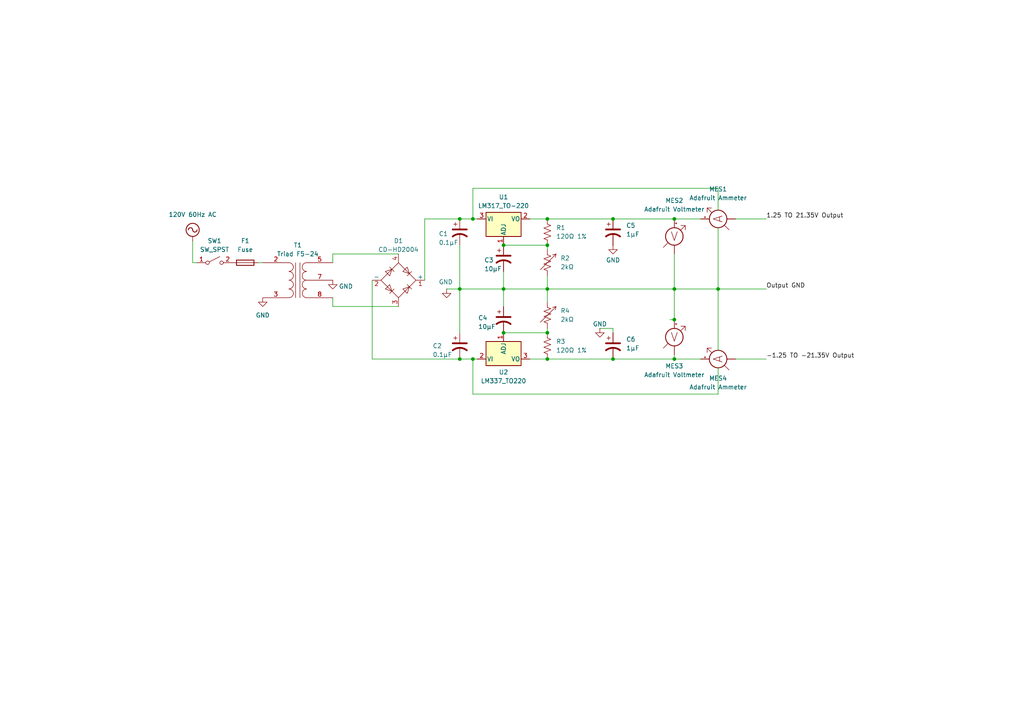
<source format=kicad_sch>
(kicad_sch
	(version 20250114)
	(generator "eeschema")
	(generator_version "9.0")
	(uuid "5dfb0a80-a941-40b4-afb9-5e6340a2a954")
	(paper "A4")
	(lib_symbols
		(symbol "Device:Ammeter_DC"
			(pin_numbers
				(hide yes)
			)
			(pin_names
				(offset 0.0254)
				(hide yes)
			)
			(exclude_from_sim no)
			(in_bom yes)
			(on_board yes)
			(property "Reference" "MES"
				(at -3.302 1.016 0)
				(effects
					(font
						(size 1.27 1.27)
					)
					(justify right)
				)
			)
			(property "Value" "Ammeter_DC"
				(at -3.302 -0.762 0)
				(effects
					(font
						(size 1.27 1.27)
					)
					(justify right)
				)
			)
			(property "Footprint" ""
				(at 0 2.54 90)
				(effects
					(font
						(size 1.27 1.27)
					)
					(hide yes)
				)
			)
			(property "Datasheet" "~"
				(at 0 2.54 90)
				(effects
					(font
						(size 1.27 1.27)
					)
					(hide yes)
				)
			)
			(property "Description" "DC ammeter"
				(at 0 0 0)
				(effects
					(font
						(size 1.27 1.27)
					)
					(hide yes)
				)
			)
			(property "ki_keywords" "ammeter DC ampere meter"
				(at 0 0 0)
				(effects
					(font
						(size 1.27 1.27)
					)
					(hide yes)
				)
			)
			(symbol "Ammeter_DC_0_0"
				(polyline
					(pts
						(xy -3.175 -3.175) (xy -1.905 -1.905)
					)
					(stroke
						(width 0)
						(type default)
					)
					(fill
						(type none)
					)
				)
				(polyline
					(pts
						(xy 1.905 3.175) (xy 3.175 3.175) (xy 3.175 1.905)
					)
					(stroke
						(width 0)
						(type default)
					)
					(fill
						(type none)
					)
				)
				(polyline
					(pts
						(xy 1.905 1.905) (xy 3.175 3.175)
					)
					(stroke
						(width 0)
						(type default)
					)
					(fill
						(type none)
					)
				)
				(text "A"
					(at 0 0 0)
					(effects
						(font
							(size 2.54 2.54)
						)
					)
				)
			)
			(symbol "Ammeter_DC_0_1"
				(circle
					(center 0 0)
					(radius 2.54)
					(stroke
						(width 0.254)
						(type default)
					)
					(fill
						(type none)
					)
				)
				(polyline
					(pts
						(xy 0.254 3.81) (xy 0.762 3.81)
					)
					(stroke
						(width 0)
						(type default)
					)
					(fill
						(type none)
					)
				)
				(polyline
					(pts
						(xy 0.508 4.064) (xy 0.508 3.556)
					)
					(stroke
						(width 0)
						(type default)
					)
					(fill
						(type none)
					)
				)
			)
			(symbol "Ammeter_DC_1_1"
				(pin passive line
					(at 0 5.08 270)
					(length 2.54)
					(name "+"
						(effects
							(font
								(size 1.27 1.27)
							)
						)
					)
					(number "2"
						(effects
							(font
								(size 1.27 1.27)
							)
						)
					)
				)
				(pin passive line
					(at 0 -5.08 90)
					(length 2.54)
					(name "-"
						(effects
							(font
								(size 1.27 1.27)
							)
						)
					)
					(number "1"
						(effects
							(font
								(size 1.27 1.27)
							)
						)
					)
				)
			)
			(embedded_fonts no)
		)
		(symbol "Device:C_Polarized_US"
			(pin_numbers
				(hide yes)
			)
			(pin_names
				(offset 0.254)
				(hide yes)
			)
			(exclude_from_sim no)
			(in_bom yes)
			(on_board yes)
			(property "Reference" "C"
				(at 0.635 2.54 0)
				(effects
					(font
						(size 1.27 1.27)
					)
					(justify left)
				)
			)
			(property "Value" "C_Polarized_US"
				(at 0.635 -2.54 0)
				(effects
					(font
						(size 1.27 1.27)
					)
					(justify left)
				)
			)
			(property "Footprint" ""
				(at 0 0 0)
				(effects
					(font
						(size 1.27 1.27)
					)
					(hide yes)
				)
			)
			(property "Datasheet" "~"
				(at 0 0 0)
				(effects
					(font
						(size 1.27 1.27)
					)
					(hide yes)
				)
			)
			(property "Description" "Polarized capacitor, US symbol"
				(at 0 0 0)
				(effects
					(font
						(size 1.27 1.27)
					)
					(hide yes)
				)
			)
			(property "ki_keywords" "cap capacitor"
				(at 0 0 0)
				(effects
					(font
						(size 1.27 1.27)
					)
					(hide yes)
				)
			)
			(property "ki_fp_filters" "CP_*"
				(at 0 0 0)
				(effects
					(font
						(size 1.27 1.27)
					)
					(hide yes)
				)
			)
			(symbol "C_Polarized_US_0_1"
				(polyline
					(pts
						(xy -2.032 0.762) (xy 2.032 0.762)
					)
					(stroke
						(width 0.508)
						(type default)
					)
					(fill
						(type none)
					)
				)
				(polyline
					(pts
						(xy -1.778 2.286) (xy -0.762 2.286)
					)
					(stroke
						(width 0)
						(type default)
					)
					(fill
						(type none)
					)
				)
				(polyline
					(pts
						(xy -1.27 1.778) (xy -1.27 2.794)
					)
					(stroke
						(width 0)
						(type default)
					)
					(fill
						(type none)
					)
				)
				(arc
					(start -2.032 -1.27)
					(mid 0 -0.5572)
					(end 2.032 -1.27)
					(stroke
						(width 0.508)
						(type default)
					)
					(fill
						(type none)
					)
				)
			)
			(symbol "C_Polarized_US_1_1"
				(pin passive line
					(at 0 3.81 270)
					(length 2.794)
					(name "~"
						(effects
							(font
								(size 1.27 1.27)
							)
						)
					)
					(number "1"
						(effects
							(font
								(size 1.27 1.27)
							)
						)
					)
				)
				(pin passive line
					(at 0 -3.81 90)
					(length 3.302)
					(name "~"
						(effects
							(font
								(size 1.27 1.27)
							)
						)
					)
					(number "2"
						(effects
							(font
								(size 1.27 1.27)
							)
						)
					)
				)
			)
			(embedded_fonts no)
		)
		(symbol "Device:Fuse"
			(pin_numbers
				(hide yes)
			)
			(pin_names
				(offset 0)
			)
			(exclude_from_sim no)
			(in_bom yes)
			(on_board yes)
			(property "Reference" "F"
				(at 2.032 0 90)
				(effects
					(font
						(size 1.27 1.27)
					)
				)
			)
			(property "Value" "Fuse"
				(at -1.905 0 90)
				(effects
					(font
						(size 1.27 1.27)
					)
				)
			)
			(property "Footprint" ""
				(at -1.778 0 90)
				(effects
					(font
						(size 1.27 1.27)
					)
					(hide yes)
				)
			)
			(property "Datasheet" "~"
				(at 0 0 0)
				(effects
					(font
						(size 1.27 1.27)
					)
					(hide yes)
				)
			)
			(property "Description" "Fuse"
				(at 0 0 0)
				(effects
					(font
						(size 1.27 1.27)
					)
					(hide yes)
				)
			)
			(property "ki_keywords" "fuse"
				(at 0 0 0)
				(effects
					(font
						(size 1.27 1.27)
					)
					(hide yes)
				)
			)
			(property "ki_fp_filters" "*Fuse*"
				(at 0 0 0)
				(effects
					(font
						(size 1.27 1.27)
					)
					(hide yes)
				)
			)
			(symbol "Fuse_0_1"
				(rectangle
					(start -0.762 -2.54)
					(end 0.762 2.54)
					(stroke
						(width 0.254)
						(type default)
					)
					(fill
						(type none)
					)
				)
				(polyline
					(pts
						(xy 0 2.54) (xy 0 -2.54)
					)
					(stroke
						(width 0)
						(type default)
					)
					(fill
						(type none)
					)
				)
			)
			(symbol "Fuse_1_1"
				(pin passive line
					(at 0 3.81 270)
					(length 1.27)
					(name "~"
						(effects
							(font
								(size 1.27 1.27)
							)
						)
					)
					(number "1"
						(effects
							(font
								(size 1.27 1.27)
							)
						)
					)
				)
				(pin passive line
					(at 0 -3.81 90)
					(length 1.27)
					(name "~"
						(effects
							(font
								(size 1.27 1.27)
							)
						)
					)
					(number "2"
						(effects
							(font
								(size 1.27 1.27)
							)
						)
					)
				)
			)
			(embedded_fonts no)
		)
		(symbol "Device:R_US"
			(pin_numbers
				(hide yes)
			)
			(pin_names
				(offset 0)
			)
			(exclude_from_sim no)
			(in_bom yes)
			(on_board yes)
			(property "Reference" "R"
				(at 2.54 0 90)
				(effects
					(font
						(size 1.27 1.27)
					)
				)
			)
			(property "Value" "R_US"
				(at -2.54 0 90)
				(effects
					(font
						(size 1.27 1.27)
					)
				)
			)
			(property "Footprint" ""
				(at 1.016 -0.254 90)
				(effects
					(font
						(size 1.27 1.27)
					)
					(hide yes)
				)
			)
			(property "Datasheet" "~"
				(at 0 0 0)
				(effects
					(font
						(size 1.27 1.27)
					)
					(hide yes)
				)
			)
			(property "Description" "Resistor, US symbol"
				(at 0 0 0)
				(effects
					(font
						(size 1.27 1.27)
					)
					(hide yes)
				)
			)
			(property "ki_keywords" "R res resistor"
				(at 0 0 0)
				(effects
					(font
						(size 1.27 1.27)
					)
					(hide yes)
				)
			)
			(property "ki_fp_filters" "R_*"
				(at 0 0 0)
				(effects
					(font
						(size 1.27 1.27)
					)
					(hide yes)
				)
			)
			(symbol "R_US_0_1"
				(polyline
					(pts
						(xy 0 2.286) (xy 0 2.54)
					)
					(stroke
						(width 0)
						(type default)
					)
					(fill
						(type none)
					)
				)
				(polyline
					(pts
						(xy 0 2.286) (xy 1.016 1.905) (xy 0 1.524) (xy -1.016 1.143) (xy 0 0.762)
					)
					(stroke
						(width 0)
						(type default)
					)
					(fill
						(type none)
					)
				)
				(polyline
					(pts
						(xy 0 0.762) (xy 1.016 0.381) (xy 0 0) (xy -1.016 -0.381) (xy 0 -0.762)
					)
					(stroke
						(width 0)
						(type default)
					)
					(fill
						(type none)
					)
				)
				(polyline
					(pts
						(xy 0 -0.762) (xy 1.016 -1.143) (xy 0 -1.524) (xy -1.016 -1.905) (xy 0 -2.286)
					)
					(stroke
						(width 0)
						(type default)
					)
					(fill
						(type none)
					)
				)
				(polyline
					(pts
						(xy 0 -2.286) (xy 0 -2.54)
					)
					(stroke
						(width 0)
						(type default)
					)
					(fill
						(type none)
					)
				)
			)
			(symbol "R_US_1_1"
				(pin passive line
					(at 0 3.81 270)
					(length 1.27)
					(name "~"
						(effects
							(font
								(size 1.27 1.27)
							)
						)
					)
					(number "1"
						(effects
							(font
								(size 1.27 1.27)
							)
						)
					)
				)
				(pin passive line
					(at 0 -3.81 90)
					(length 1.27)
					(name "~"
						(effects
							(font
								(size 1.27 1.27)
							)
						)
					)
					(number "2"
						(effects
							(font
								(size 1.27 1.27)
							)
						)
					)
				)
			)
			(embedded_fonts no)
		)
		(symbol "Device:R_Variable_US"
			(pin_numbers
				(hide yes)
			)
			(pin_names
				(offset 0)
			)
			(exclude_from_sim no)
			(in_bom yes)
			(on_board yes)
			(property "Reference" "R"
				(at 2.54 -2.54 90)
				(effects
					(font
						(size 1.27 1.27)
					)
					(justify left)
				)
			)
			(property "Value" "R_Variable_US"
				(at -2.54 -1.27 90)
				(effects
					(font
						(size 1.27 1.27)
					)
					(justify left)
				)
			)
			(property "Footprint" ""
				(at -1.778 0 90)
				(effects
					(font
						(size 1.27 1.27)
					)
					(hide yes)
				)
			)
			(property "Datasheet" "~"
				(at 0 0 0)
				(effects
					(font
						(size 1.27 1.27)
					)
					(hide yes)
				)
			)
			(property "Description" "Variable resistor, US symbol"
				(at 0 0 0)
				(effects
					(font
						(size 1.27 1.27)
					)
					(hide yes)
				)
			)
			(property "ki_keywords" "R res resistor variable potentiometer rheostat"
				(at 0 0 0)
				(effects
					(font
						(size 1.27 1.27)
					)
					(hide yes)
				)
			)
			(property "ki_fp_filters" "R_*"
				(at 0 0 0)
				(effects
					(font
						(size 1.27 1.27)
					)
					(hide yes)
				)
			)
			(symbol "R_Variable_US_0_1"
				(polyline
					(pts
						(xy 0 2.286) (xy 0 2.54)
					)
					(stroke
						(width 0)
						(type default)
					)
					(fill
						(type none)
					)
				)
				(polyline
					(pts
						(xy 0 2.286) (xy 1.016 1.905) (xy 0 1.524) (xy -1.016 1.143) (xy 0 0.762)
					)
					(stroke
						(width 0.1524)
						(type default)
					)
					(fill
						(type none)
					)
				)
				(polyline
					(pts
						(xy 0 0.762) (xy 1.016 0.381) (xy 0 0) (xy -1.016 -0.381) (xy 0 -0.762)
					)
					(stroke
						(width 0)
						(type default)
					)
					(fill
						(type none)
					)
				)
				(polyline
					(pts
						(xy 0 -0.762) (xy 1.016 -1.143) (xy 0 -1.524) (xy -1.016 -1.905) (xy 0 -2.286)
					)
					(stroke
						(width 0)
						(type default)
					)
					(fill
						(type none)
					)
				)
				(polyline
					(pts
						(xy 0 -2.286) (xy 0 -2.54)
					)
					(stroke
						(width 0)
						(type default)
					)
					(fill
						(type none)
					)
				)
				(polyline
					(pts
						(xy 2.286 1.524) (xy 2.54 2.54) (xy 1.524 2.286) (xy 2.54 2.54) (xy -2.032 -2.032)
					)
					(stroke
						(width 0.1524)
						(type default)
					)
					(fill
						(type none)
					)
				)
			)
			(symbol "R_Variable_US_1_1"
				(pin passive line
					(at 0 3.81 270)
					(length 1.27)
					(name "~"
						(effects
							(font
								(size 1.27 1.27)
							)
						)
					)
					(number "1"
						(effects
							(font
								(size 1.27 1.27)
							)
						)
					)
				)
				(pin passive line
					(at 0 -3.81 90)
					(length 1.27)
					(name "~"
						(effects
							(font
								(size 1.27 1.27)
							)
						)
					)
					(number "2"
						(effects
							(font
								(size 1.27 1.27)
							)
						)
					)
				)
			)
			(embedded_fonts no)
		)
		(symbol "Device:Transformer_1P_SS"
			(pin_names
				(offset 1.016)
				(hide yes)
			)
			(exclude_from_sim no)
			(in_bom yes)
			(on_board yes)
			(property "Reference" "T1"
				(at 0.0127 10.16 0)
				(effects
					(font
						(size 1.27 1.27)
					)
				)
			)
			(property "Value" "Triad F5-24"
				(at 0.0127 7.62 0)
				(effects
					(font
						(size 1.27 1.27)
					)
				)
			)
			(property "Footprint" "Transformer_THT:Transformer_Coilcraft_Q4434-B_Rhombus-T1311"
				(at 0 0 0)
				(effects
					(font
						(size 1.27 1.27)
					)
					(hide yes)
				)
			)
			(property "Datasheet" "~"
				(at 0 0 0)
				(effects
					(font
						(size 1.27 1.27)
					)
					(hide yes)
				)
			)
			(property "Description" "Transformer, single primary, split secondary"
				(at 0 0 0)
				(effects
					(font
						(size 1.27 1.27)
					)
					(hide yes)
				)
			)
			(property "ki_keywords" "transformer coil magnet"
				(at 0 0 0)
				(effects
					(font
						(size 1.27 1.27)
					)
					(hide yes)
				)
			)
			(symbol "Transformer_1P_SS_0_1"
				(arc
					(start -1.27 3.81)
					(mid -1.656 2.9336)
					(end -2.54 2.5654)
					(stroke
						(width 0)
						(type default)
					)
					(fill
						(type none)
					)
				)
				(arc
					(start -1.27 1.27)
					(mid -1.656 0.3936)
					(end -2.54 0.0254)
					(stroke
						(width 0)
						(type default)
					)
					(fill
						(type none)
					)
				)
				(arc
					(start -1.27 -1.27)
					(mid -1.656 -2.1464)
					(end -2.54 -2.5146)
					(stroke
						(width 0)
						(type default)
					)
					(fill
						(type none)
					)
				)
				(arc
					(start -1.27 -3.81)
					(mid -1.656 -4.6864)
					(end -2.54 -5.0546)
					(stroke
						(width 0)
						(type default)
					)
					(fill
						(type none)
					)
				)
				(arc
					(start -2.54 5.08)
					(mid -1.642 4.708)
					(end -1.27 3.81)
					(stroke
						(width 0)
						(type default)
					)
					(fill
						(type none)
					)
				)
				(arc
					(start -2.54 2.54)
					(mid -1.642 2.168)
					(end -1.27 1.27)
					(stroke
						(width 0)
						(type default)
					)
					(fill
						(type none)
					)
				)
				(arc
					(start -2.54 0)
					(mid -1.642 -0.372)
					(end -1.27 -1.27)
					(stroke
						(width 0)
						(type default)
					)
					(fill
						(type none)
					)
				)
				(arc
					(start -2.54 -2.54)
					(mid -1.642 -2.912)
					(end -1.27 -3.81)
					(stroke
						(width 0)
						(type default)
					)
					(fill
						(type none)
					)
				)
				(polyline
					(pts
						(xy -0.635 5.08) (xy -0.635 -5.08)
					)
					(stroke
						(width 0)
						(type default)
					)
					(fill
						(type none)
					)
				)
				(polyline
					(pts
						(xy 0.635 -5.08) (xy 0.635 5.08)
					)
					(stroke
						(width 0)
						(type default)
					)
					(fill
						(type none)
					)
				)
				(arc
					(start 1.2954 3.81)
					(mid 1.6457 4.7117)
					(end 2.54 5.08)
					(stroke
						(width 0)
						(type default)
					)
					(fill
						(type none)
					)
				)
				(arc
					(start 1.2954 1.27)
					(mid 1.6457 2.1717)
					(end 2.54 2.54)
					(stroke
						(width 0)
						(type default)
					)
					(fill
						(type none)
					)
				)
				(arc
					(start 1.2954 -1.27)
					(mid 1.6457 -0.3683)
					(end 2.54 0)
					(stroke
						(width 0)
						(type default)
					)
					(fill
						(type none)
					)
				)
				(arc
					(start 2.54 2.5654)
					(mid 1.6599 2.9299)
					(end 1.2954 3.81)
					(stroke
						(width 0)
						(type default)
					)
					(fill
						(type none)
					)
				)
				(arc
					(start 2.54 0.0254)
					(mid 1.6599 0.3899)
					(end 1.2954 1.27)
					(stroke
						(width 0)
						(type default)
					)
					(fill
						(type none)
					)
				)
				(arc
					(start 2.54 -2.5146)
					(mid 1.6599 -2.1501)
					(end 1.2954 -1.27)
					(stroke
						(width 0)
						(type default)
					)
					(fill
						(type none)
					)
				)
				(arc
					(start 1.3208 -3.81)
					(mid 1.6711 -2.9085)
					(end 2.5654 -2.54)
					(stroke
						(width 0)
						(type default)
					)
					(fill
						(type none)
					)
				)
				(arc
					(start 2.5654 -5.0546)
					(mid 1.6851 -4.6902)
					(end 1.3208 -3.81)
					(stroke
						(width 0)
						(type default)
					)
					(fill
						(type none)
					)
				)
			)
			(symbol "Transformer_1P_SS_1_1"
				(pin passive line
					(at -10.16 5.08 0)
					(length 7.62)
					(name "AA"
						(effects
							(font
								(size 1.27 1.27)
							)
						)
					)
					(number "2"
						(effects
							(font
								(size 1.27 1.27)
							)
						)
					)
				)
				(pin passive line
					(at -10.16 -5.08 0)
					(length 7.62)
					(name "AB"
						(effects
							(font
								(size 1.27 1.27)
							)
						)
					)
					(number "3"
						(effects
							(font
								(size 1.27 1.27)
							)
						)
					)
				)
				(pin passive line
					(at 10.16 5.08 180)
					(length 7.62)
					(name "SB"
						(effects
							(font
								(size 1.27 1.27)
							)
						)
					)
					(number "5"
						(effects
							(font
								(size 1.27 1.27)
							)
						)
					)
				)
				(pin passive line
					(at 10.16 0 180)
					(length 7.62)
					(name "SC"
						(effects
							(font
								(size 1.27 1.27)
							)
						)
					)
					(number "7"
						(effects
							(font
								(size 1.27 1.27)
							)
						)
					)
				)
				(pin passive line
					(at 10.16 -5.08 180)
					(length 7.62)
					(name "SA"
						(effects
							(font
								(size 1.27 1.27)
							)
						)
					)
					(number "8"
						(effects
							(font
								(size 1.27 1.27)
							)
						)
					)
				)
			)
			(embedded_fonts no)
		)
		(symbol "Device:Voltmeter_DC"
			(pin_numbers
				(hide yes)
			)
			(pin_names
				(offset 0.0254)
				(hide yes)
			)
			(exclude_from_sim no)
			(in_bom yes)
			(on_board yes)
			(property "Reference" "MES"
				(at -3.302 1.016 0)
				(effects
					(font
						(size 1.27 1.27)
					)
					(justify right)
				)
			)
			(property "Value" "Voltmeter_DC"
				(at -3.302 -0.762 0)
				(effects
					(font
						(size 1.27 1.27)
					)
					(justify right)
				)
			)
			(property "Footprint" ""
				(at 0 2.54 90)
				(effects
					(font
						(size 1.27 1.27)
					)
					(hide yes)
				)
			)
			(property "Datasheet" "~"
				(at 0 2.54 90)
				(effects
					(font
						(size 1.27 1.27)
					)
					(hide yes)
				)
			)
			(property "Description" "DC voltmeter"
				(at 0 0 0)
				(effects
					(font
						(size 1.27 1.27)
					)
					(hide yes)
				)
			)
			(property "ki_keywords" "voltmeter DC"
				(at 0 0 0)
				(effects
					(font
						(size 1.27 1.27)
					)
					(hide yes)
				)
			)
			(symbol "Voltmeter_DC_0_0"
				(polyline
					(pts
						(xy -3.175 -3.175) (xy -1.905 -1.905)
					)
					(stroke
						(width 0)
						(type default)
					)
					(fill
						(type none)
					)
				)
				(polyline
					(pts
						(xy 1.905 3.175) (xy 3.175 3.175) (xy 3.175 1.905)
					)
					(stroke
						(width 0)
						(type default)
					)
					(fill
						(type none)
					)
				)
				(polyline
					(pts
						(xy 1.905 1.905) (xy 3.175 3.175)
					)
					(stroke
						(width 0)
						(type default)
					)
					(fill
						(type none)
					)
				)
				(text "V"
					(at 0 0 0)
					(effects
						(font
							(size 2.54 2.54)
						)
					)
				)
			)
			(symbol "Voltmeter_DC_0_1"
				(circle
					(center 0 0)
					(radius 2.54)
					(stroke
						(width 0.254)
						(type default)
					)
					(fill
						(type none)
					)
				)
				(polyline
					(pts
						(xy 0.254 3.81) (xy 0.762 3.81)
					)
					(stroke
						(width 0)
						(type default)
					)
					(fill
						(type none)
					)
				)
				(polyline
					(pts
						(xy 0.508 4.064) (xy 0.508 3.556)
					)
					(stroke
						(width 0)
						(type default)
					)
					(fill
						(type none)
					)
				)
			)
			(symbol "Voltmeter_DC_1_1"
				(pin passive line
					(at 0 5.08 270)
					(length 2.54)
					(name "+"
						(effects
							(font
								(size 1.27 1.27)
							)
						)
					)
					(number "2"
						(effects
							(font
								(size 1.27 1.27)
							)
						)
					)
				)
				(pin passive line
					(at 0 -5.08 90)
					(length 2.54)
					(name "-"
						(effects
							(font
								(size 1.27 1.27)
							)
						)
					)
					(number "1"
						(effects
							(font
								(size 1.27 1.27)
							)
						)
					)
				)
			)
			(embedded_fonts no)
		)
		(symbol "Diode_Bridge:DF06S"
			(pin_names
				(offset 0)
			)
			(exclude_from_sim no)
			(in_bom yes)
			(on_board yes)
			(property "Reference" "D"
				(at 2.54 6.985 0)
				(effects
					(font
						(size 1.27 1.27)
					)
					(justify left)
				)
			)
			(property "Value" "DF06S"
				(at 2.54 5.08 0)
				(effects
					(font
						(size 1.27 1.27)
					)
					(justify left)
				)
			)
			(property "Footprint" "Diode_SMD:Diode_Bridge_OnSemi_SDIP-4L"
				(at 3.81 3.175 0)
				(effects
					(font
						(size 1.27 1.27)
					)
					(justify left)
					(hide yes)
				)
			)
			(property "Datasheet" "https://www.onsemi.com/download/data-sheet/pdf/df10s-d.pdf"
				(at 0 0 0)
				(effects
					(font
						(size 1.27 1.27)
					)
					(hide yes)
				)
			)
			(property "Description" "Bridge Rectifier, 420V Vrms, 1.5A If, SMDIP-4"
				(at 0 0 0)
				(effects
					(font
						(size 1.27 1.27)
					)
					(hide yes)
				)
			)
			(property "ki_keywords" "rectifier acdc"
				(at 0 0 0)
				(effects
					(font
						(size 1.27 1.27)
					)
					(hide yes)
				)
			)
			(property "ki_fp_filters" "Diode*Bridge*OnSemi*SDIP*4L*"
				(at 0 0 0)
				(effects
					(font
						(size 1.27 1.27)
					)
					(hide yes)
				)
			)
			(symbol "DF06S_0_1"
				(polyline
					(pts
						(xy -5.08 0) (xy 0 -5.08) (xy 5.08 0) (xy 0 5.08) (xy -5.08 0)
					)
					(stroke
						(width 0)
						(type default)
					)
					(fill
						(type none)
					)
				)
				(polyline
					(pts
						(xy -3.81 2.54) (xy -2.54 1.27) (xy -1.905 3.175) (xy -3.81 2.54)
					)
					(stroke
						(width 0)
						(type default)
					)
					(fill
						(type none)
					)
				)
				(polyline
					(pts
						(xy -2.54 3.81) (xy -1.27 2.54)
					)
					(stroke
						(width 0)
						(type default)
					)
					(fill
						(type none)
					)
				)
				(polyline
					(pts
						(xy -2.54 -1.27) (xy -3.81 -2.54) (xy -1.905 -3.175) (xy -2.54 -1.27)
					)
					(stroke
						(width 0)
						(type default)
					)
					(fill
						(type none)
					)
				)
				(polyline
					(pts
						(xy -1.27 -2.54) (xy -2.54 -3.81)
					)
					(stroke
						(width 0)
						(type default)
					)
					(fill
						(type none)
					)
				)
				(polyline
					(pts
						(xy 1.27 2.54) (xy 2.54 3.81) (xy 3.175 1.905) (xy 1.27 2.54)
					)
					(stroke
						(width 0)
						(type default)
					)
					(fill
						(type none)
					)
				)
				(polyline
					(pts
						(xy 2.54 1.27) (xy 3.81 2.54)
					)
					(stroke
						(width 0)
						(type default)
					)
					(fill
						(type none)
					)
				)
				(polyline
					(pts
						(xy 2.54 -1.27) (xy 3.81 -2.54)
					)
					(stroke
						(width 0)
						(type default)
					)
					(fill
						(type none)
					)
				)
				(polyline
					(pts
						(xy 3.175 -1.905) (xy 1.27 -2.54) (xy 2.54 -3.81) (xy 3.175 -1.905)
					)
					(stroke
						(width 0)
						(type default)
					)
					(fill
						(type none)
					)
				)
			)
			(symbol "DF06S_1_1"
				(pin passive line
					(at -7.62 0 0)
					(length 2.54)
					(name "-"
						(effects
							(font
								(size 1.27 1.27)
							)
						)
					)
					(number "2"
						(effects
							(font
								(size 1.27 1.27)
							)
						)
					)
				)
				(pin passive line
					(at 0 7.62 270)
					(length 2.54)
					(name "~"
						(effects
							(font
								(size 1.27 1.27)
							)
						)
					)
					(number "4"
						(effects
							(font
								(size 1.27 1.27)
							)
						)
					)
				)
				(pin passive line
					(at 0 -7.62 90)
					(length 2.54)
					(name "~"
						(effects
							(font
								(size 1.27 1.27)
							)
						)
					)
					(number "3"
						(effects
							(font
								(size 1.27 1.27)
							)
						)
					)
				)
				(pin passive line
					(at 7.62 0 180)
					(length 2.54)
					(name "+"
						(effects
							(font
								(size 1.27 1.27)
							)
						)
					)
					(number "1"
						(effects
							(font
								(size 1.27 1.27)
							)
						)
					)
				)
			)
			(embedded_fonts no)
		)
		(symbol "Regulator_Linear:LM317_TO-220"
			(pin_names
				(offset 0.254)
			)
			(exclude_from_sim no)
			(in_bom yes)
			(on_board yes)
			(property "Reference" "U"
				(at -3.81 3.175 0)
				(effects
					(font
						(size 1.27 1.27)
					)
				)
			)
			(property "Value" "LM317_TO-220"
				(at 0 3.175 0)
				(effects
					(font
						(size 1.27 1.27)
					)
					(justify left)
				)
			)
			(property "Footprint" "Package_TO_SOT_THT:TO-220-3_Vertical"
				(at 0 6.35 0)
				(effects
					(font
						(size 1.27 1.27)
						(italic yes)
					)
					(hide yes)
				)
			)
			(property "Datasheet" "http://www.ti.com/lit/ds/symlink/lm317.pdf"
				(at 0 0 0)
				(effects
					(font
						(size 1.27 1.27)
					)
					(hide yes)
				)
			)
			(property "Description" "1.5A 35V Adjustable Linear Regulator, TO-220"
				(at 0 0 0)
				(effects
					(font
						(size 1.27 1.27)
					)
					(hide yes)
				)
			)
			(property "ki_keywords" "Adjustable Voltage Regulator 1A Positive"
				(at 0 0 0)
				(effects
					(font
						(size 1.27 1.27)
					)
					(hide yes)
				)
			)
			(property "ki_fp_filters" "TO?220*"
				(at 0 0 0)
				(effects
					(font
						(size 1.27 1.27)
					)
					(hide yes)
				)
			)
			(symbol "LM317_TO-220_0_1"
				(rectangle
					(start -5.08 1.905)
					(end 5.08 -5.08)
					(stroke
						(width 0.254)
						(type default)
					)
					(fill
						(type background)
					)
				)
			)
			(symbol "LM317_TO-220_1_1"
				(pin power_in line
					(at -7.62 0 0)
					(length 2.54)
					(name "VI"
						(effects
							(font
								(size 1.27 1.27)
							)
						)
					)
					(number "3"
						(effects
							(font
								(size 1.27 1.27)
							)
						)
					)
				)
				(pin input line
					(at 0 -7.62 90)
					(length 2.54)
					(name "ADJ"
						(effects
							(font
								(size 1.27 1.27)
							)
						)
					)
					(number "1"
						(effects
							(font
								(size 1.27 1.27)
							)
						)
					)
				)
				(pin power_out line
					(at 7.62 0 180)
					(length 2.54)
					(name "VO"
						(effects
							(font
								(size 1.27 1.27)
							)
						)
					)
					(number "2"
						(effects
							(font
								(size 1.27 1.27)
							)
						)
					)
				)
			)
			(embedded_fonts no)
		)
		(symbol "Regulator_Linear:LM337_TO220"
			(pin_names
				(offset 0.254)
			)
			(exclude_from_sim no)
			(in_bom yes)
			(on_board yes)
			(property "Reference" "U"
				(at -3.81 -3.175 0)
				(effects
					(font
						(size 1.27 1.27)
					)
				)
			)
			(property "Value" "LM337_TO220"
				(at 0 -3.175 0)
				(effects
					(font
						(size 1.27 1.27)
					)
					(justify left)
				)
			)
			(property "Footprint" "Package_TO_SOT_THT:TO-220-3_Vertical"
				(at 0 -5.08 0)
				(effects
					(font
						(size 1.27 1.27)
						(italic yes)
					)
					(hide yes)
				)
			)
			(property "Datasheet" "http://www.ti.com/lit/ds/symlink/lm337-n.pdf"
				(at 0 0 0)
				(effects
					(font
						(size 1.27 1.27)
					)
					(hide yes)
				)
			)
			(property "Description" "Negative 1.5A 35V Adjustable Linear Regulator, TO-220"
				(at 0 0 0)
				(effects
					(font
						(size 1.27 1.27)
					)
					(hide yes)
				)
			)
			(property "ki_keywords" "Adjustable Voltage Regulator 1.5A Negative"
				(at 0 0 0)
				(effects
					(font
						(size 1.27 1.27)
					)
					(hide yes)
				)
			)
			(property "ki_fp_filters" "TO?220*"
				(at 0 0 0)
				(effects
					(font
						(size 1.27 1.27)
					)
					(hide yes)
				)
			)
			(symbol "LM337_TO220_0_1"
				(rectangle
					(start -5.08 5.08)
					(end 5.08 -1.905)
					(stroke
						(width 0.254)
						(type default)
					)
					(fill
						(type background)
					)
				)
			)
			(symbol "LM337_TO220_1_1"
				(pin power_in line
					(at -7.62 0 0)
					(length 2.54)
					(name "VI"
						(effects
							(font
								(size 1.27 1.27)
							)
						)
					)
					(number "2"
						(effects
							(font
								(size 1.27 1.27)
							)
						)
					)
				)
				(pin input line
					(at 0 7.62 270)
					(length 2.54)
					(name "ADJ"
						(effects
							(font
								(size 1.27 1.27)
							)
						)
					)
					(number "1"
						(effects
							(font
								(size 1.27 1.27)
							)
						)
					)
				)
				(pin power_out line
					(at 7.62 0 180)
					(length 2.54)
					(name "VO"
						(effects
							(font
								(size 1.27 1.27)
							)
						)
					)
					(number "3"
						(effects
							(font
								(size 1.27 1.27)
							)
						)
					)
				)
			)
			(embedded_fonts no)
		)
		(symbol "Switch:SW_SPST"
			(pin_names
				(offset 0)
				(hide yes)
			)
			(exclude_from_sim no)
			(in_bom yes)
			(on_board yes)
			(property "Reference" "SW"
				(at 0 3.175 0)
				(effects
					(font
						(size 1.27 1.27)
					)
				)
			)
			(property "Value" "SW_SPST"
				(at 0 -2.54 0)
				(effects
					(font
						(size 1.27 1.27)
					)
				)
			)
			(property "Footprint" ""
				(at 0 0 0)
				(effects
					(font
						(size 1.27 1.27)
					)
					(hide yes)
				)
			)
			(property "Datasheet" "~"
				(at 0 0 0)
				(effects
					(font
						(size 1.27 1.27)
					)
					(hide yes)
				)
			)
			(property "Description" "Single Pole Single Throw (SPST) switch"
				(at 0 0 0)
				(effects
					(font
						(size 1.27 1.27)
					)
					(hide yes)
				)
			)
			(property "ki_keywords" "switch lever"
				(at 0 0 0)
				(effects
					(font
						(size 1.27 1.27)
					)
					(hide yes)
				)
			)
			(symbol "SW_SPST_0_0"
				(circle
					(center -2.032 0)
					(radius 0.508)
					(stroke
						(width 0)
						(type default)
					)
					(fill
						(type none)
					)
				)
				(polyline
					(pts
						(xy -1.524 0.254) (xy 1.524 1.778)
					)
					(stroke
						(width 0)
						(type default)
					)
					(fill
						(type none)
					)
				)
				(circle
					(center 2.032 0)
					(radius 0.508)
					(stroke
						(width 0)
						(type default)
					)
					(fill
						(type none)
					)
				)
			)
			(symbol "SW_SPST_1_1"
				(pin passive line
					(at -5.08 0 0)
					(length 2.54)
					(name "A"
						(effects
							(font
								(size 1.27 1.27)
							)
						)
					)
					(number "1"
						(effects
							(font
								(size 1.27 1.27)
							)
						)
					)
				)
				(pin passive line
					(at 5.08 0 180)
					(length 2.54)
					(name "B"
						(effects
							(font
								(size 1.27 1.27)
							)
						)
					)
					(number "2"
						(effects
							(font
								(size 1.27 1.27)
							)
						)
					)
				)
			)
			(embedded_fonts no)
		)
		(symbol "power:GND"
			(power)
			(pin_numbers
				(hide yes)
			)
			(pin_names
				(offset 0)
				(hide yes)
			)
			(exclude_from_sim no)
			(in_bom yes)
			(on_board yes)
			(property "Reference" "#PWR"
				(at 0 -6.35 0)
				(effects
					(font
						(size 1.27 1.27)
					)
					(hide yes)
				)
			)
			(property "Value" "GND"
				(at 0 -3.81 0)
				(effects
					(font
						(size 1.27 1.27)
					)
				)
			)
			(property "Footprint" ""
				(at 0 0 0)
				(effects
					(font
						(size 1.27 1.27)
					)
					(hide yes)
				)
			)
			(property "Datasheet" ""
				(at 0 0 0)
				(effects
					(font
						(size 1.27 1.27)
					)
					(hide yes)
				)
			)
			(property "Description" "Power symbol creates a global label with name \"GND\" , ground"
				(at 0 0 0)
				(effects
					(font
						(size 1.27 1.27)
					)
					(hide yes)
				)
			)
			(property "ki_keywords" "global power"
				(at 0 0 0)
				(effects
					(font
						(size 1.27 1.27)
					)
					(hide yes)
				)
			)
			(symbol "GND_0_1"
				(polyline
					(pts
						(xy 0 0) (xy 0 -1.27) (xy 1.27 -1.27) (xy 0 -2.54) (xy -1.27 -1.27) (xy 0 -1.27)
					)
					(stroke
						(width 0)
						(type default)
					)
					(fill
						(type none)
					)
				)
			)
			(symbol "GND_1_1"
				(pin power_in line
					(at 0 0 270)
					(length 0)
					(name "~"
						(effects
							(font
								(size 1.27 1.27)
							)
						)
					)
					(number "1"
						(effects
							(font
								(size 1.27 1.27)
							)
						)
					)
				)
			)
			(embedded_fonts no)
		)
		(symbol "power:VAC"
			(power)
			(pin_numbers
				(hide yes)
			)
			(pin_names
				(offset 0)
				(hide yes)
			)
			(exclude_from_sim no)
			(in_bom yes)
			(on_board yes)
			(property "Reference" "#PWR"
				(at 0 -2.54 0)
				(effects
					(font
						(size 1.27 1.27)
					)
					(hide yes)
				)
			)
			(property "Value" "VAC"
				(at 0 6.35 0)
				(effects
					(font
						(size 1.27 1.27)
					)
				)
			)
			(property "Footprint" ""
				(at 0 0 0)
				(effects
					(font
						(size 1.27 1.27)
					)
					(hide yes)
				)
			)
			(property "Datasheet" ""
				(at 0 0 0)
				(effects
					(font
						(size 1.27 1.27)
					)
					(hide yes)
				)
			)
			(property "Description" "Power symbol creates a global label with name \"VAC\""
				(at 0 0 0)
				(effects
					(font
						(size 1.27 1.27)
					)
					(hide yes)
				)
			)
			(property "ki_keywords" "global power"
				(at 0 0 0)
				(effects
					(font
						(size 1.27 1.27)
					)
					(hide yes)
				)
			)
			(symbol "VAC_0_1"
				(arc
					(start -1.27 3.175)
					(mid -0.635 3.8073)
					(end 0 3.175)
					(stroke
						(width 0.254)
						(type default)
					)
					(fill
						(type none)
					)
				)
				(circle
					(center 0 3.175)
					(radius 1.905)
					(stroke
						(width 0.254)
						(type default)
					)
					(fill
						(type none)
					)
				)
				(polyline
					(pts
						(xy 0 0) (xy 0 1.27)
					)
					(stroke
						(width 0)
						(type default)
					)
					(fill
						(type none)
					)
				)
				(arc
					(start 1.27 3.175)
					(mid 0.635 2.5427)
					(end 0 3.175)
					(stroke
						(width 0.254)
						(type default)
					)
					(fill
						(type none)
					)
				)
			)
			(symbol "VAC_1_1"
				(pin power_in line
					(at 0 0 90)
					(length 0)
					(name "~"
						(effects
							(font
								(size 1.27 1.27)
							)
						)
					)
					(number "1"
						(effects
							(font
								(size 1.27 1.27)
							)
						)
					)
				)
			)
			(embedded_fonts no)
		)
	)
	(junction
		(at 137.16 63.5)
		(diameter 0)
		(color 0 0 0 0)
		(uuid "0c7e6d48-29e1-4ed3-bbe3-670c543bcc3d")
	)
	(junction
		(at 133.35 83.82)
		(diameter 0)
		(color 0 0 0 0)
		(uuid "1ab4e55b-bf8c-4e89-84e1-f01cbbcdab51")
	)
	(junction
		(at 208.28 83.82)
		(diameter 0)
		(color 0 0 0 0)
		(uuid "2c0d75bf-7169-47e0-8cd4-3cf112090d23")
	)
	(junction
		(at 146.05 96.52)
		(diameter 0)
		(color 0 0 0 0)
		(uuid "2d31fc33-4fcf-4dfa-8554-6666ce7710f4")
	)
	(junction
		(at 177.8 63.5)
		(diameter 0)
		(color 0 0 0 0)
		(uuid "3bf8ce4f-3372-42c0-8e64-f5bb060c0c4d")
	)
	(junction
		(at 133.35 104.14)
		(diameter 0)
		(color 0 0 0 0)
		(uuid "4fa00877-2592-46d5-ba40-48cb66aea2c3")
	)
	(junction
		(at 177.8 104.14)
		(diameter 0)
		(color 0 0 0 0)
		(uuid "56512e70-7332-4463-a0df-0eb56186cd88")
	)
	(junction
		(at 158.75 104.14)
		(diameter 0)
		(color 0 0 0 0)
		(uuid "5861fb18-339f-45b5-99a7-bf316ca6ddfa")
	)
	(junction
		(at 158.75 63.5)
		(diameter 0)
		(color 0 0 0 0)
		(uuid "5b281948-f8ba-4965-a92e-6849d652284e")
	)
	(junction
		(at 158.75 71.12)
		(diameter 0)
		(color 0 0 0 0)
		(uuid "69e750cb-1303-44c4-9a92-5f33a642b9b2")
	)
	(junction
		(at 195.58 83.82)
		(diameter 0)
		(color 0 0 0 0)
		(uuid "73fcecf5-9a89-42c0-8587-9f4bdb6b172d")
	)
	(junction
		(at 195.58 63.5)
		(diameter 0)
		(color 0 0 0 0)
		(uuid "809c5584-3648-46f5-92fe-5b4ae70f4332")
	)
	(junction
		(at 195.58 92.71)
		(diameter 0)
		(color 0 0 0 0)
		(uuid "82146c88-1a4f-487c-a22c-78d3282e477d")
	)
	(junction
		(at 146.05 83.82)
		(diameter 0)
		(color 0 0 0 0)
		(uuid "8d1d59d7-b1c5-4ad7-9473-dff48010e9d3")
	)
	(junction
		(at 133.35 63.5)
		(diameter 0)
		(color 0 0 0 0)
		(uuid "ac89d6de-3d2e-4758-b9b1-5c37cb7a1540")
	)
	(junction
		(at 195.58 104.14)
		(diameter 0)
		(color 0 0 0 0)
		(uuid "c1037e8f-be77-460c-b561-e89bfb33da8d")
	)
	(junction
		(at 146.05 71.12)
		(diameter 0)
		(color 0 0 0 0)
		(uuid "c3c57340-3075-40e2-a7cc-f5a74694bced")
	)
	(junction
		(at 137.16 104.14)
		(diameter 0)
		(color 0 0 0 0)
		(uuid "d9feab78-bf5e-4bfb-b41c-bf8dd3d7274b")
	)
	(junction
		(at 158.75 83.82)
		(diameter 0)
		(color 0 0 0 0)
		(uuid "f1ccea22-0c89-43ca-9b88-5b4446c09c25")
	)
	(junction
		(at 158.75 96.52)
		(diameter 0)
		(color 0 0 0 0)
		(uuid "f9c3603f-7b26-4fb6-b4e7-255874b93127")
	)
	(wire
		(pts
			(xy 96.52 73.66) (xy 96.52 76.2)
		)
		(stroke
			(width 0)
			(type default)
		)
		(uuid "01bc7b88-a853-4bfa-82c8-176e20d77d31")
	)
	(wire
		(pts
			(xy 195.58 63.5) (xy 203.2 63.5)
		)
		(stroke
			(width 0)
			(type default)
		)
		(uuid "0e334b6a-d1e4-41b2-80e0-504b0a700bb9")
	)
	(wire
		(pts
			(xy 208.28 66.04) (xy 208.28 83.82)
		)
		(stroke
			(width 0)
			(type default)
		)
		(uuid "0f40d5c2-9eed-450e-9e42-a62aa4e802c3")
	)
	(wire
		(pts
			(xy 177.8 96.52) (xy 177.8 95.25)
		)
		(stroke
			(width 0)
			(type default)
		)
		(uuid "1d42c913-86fc-4e05-aec4-bd814f69ac9d")
	)
	(wire
		(pts
			(xy 96.52 88.9) (xy 96.52 86.36)
		)
		(stroke
			(width 0)
			(type default)
		)
		(uuid "22a79a9d-421d-4069-adcd-0c3dd03537d5")
	)
	(wire
		(pts
			(xy 55.88 69.85) (xy 55.88 76.2)
		)
		(stroke
			(width 0)
			(type default)
		)
		(uuid "22c41a9e-516c-45b8-84f8-3404edafb3d5")
	)
	(wire
		(pts
			(xy 115.57 73.66) (xy 96.52 73.66)
		)
		(stroke
			(width 0)
			(type default)
		)
		(uuid "2567def8-c8d9-49f8-b2f7-fb49b8514acb")
	)
	(wire
		(pts
			(xy 158.75 83.82) (xy 158.75 87.63)
		)
		(stroke
			(width 0)
			(type default)
		)
		(uuid "31fdb398-6bda-4e9e-8553-3ac1563c54dc")
	)
	(wire
		(pts
			(xy 158.75 80.01) (xy 158.75 83.82)
		)
		(stroke
			(width 0)
			(type default)
		)
		(uuid "35933aef-e2aa-4b06-9d51-0f19539cb1b3")
	)
	(wire
		(pts
			(xy 107.95 104.14) (xy 133.35 104.14)
		)
		(stroke
			(width 0)
			(type default)
		)
		(uuid "35c0ffcd-8b5b-44fc-9265-9455e1d767b1")
	)
	(wire
		(pts
			(xy 195.58 83.82) (xy 195.58 92.71)
		)
		(stroke
			(width 0)
			(type default)
		)
		(uuid "3626e83e-d270-41bc-b2ff-541d1801532d")
	)
	(wire
		(pts
			(xy 146.05 83.82) (xy 158.75 83.82)
		)
		(stroke
			(width 0)
			(type default)
		)
		(uuid "3ab1e4c8-65ce-48e0-8f03-3913cfb76938")
	)
	(wire
		(pts
			(xy 195.58 102.87) (xy 195.58 104.14)
		)
		(stroke
			(width 0)
			(type default)
		)
		(uuid "3bfd0191-0975-4af8-80b0-988c74aaee87")
	)
	(wire
		(pts
			(xy 133.35 83.82) (xy 146.05 83.82)
		)
		(stroke
			(width 0)
			(type default)
		)
		(uuid "3f355b1a-8118-44c6-b337-b4798617e288")
	)
	(wire
		(pts
			(xy 194.31 92.71) (xy 195.58 92.71)
		)
		(stroke
			(width 0)
			(type default)
		)
		(uuid "409e24a6-4601-4aec-bed6-a520cb770f5f")
	)
	(wire
		(pts
			(xy 195.58 83.82) (xy 208.28 83.82)
		)
		(stroke
			(width 0)
			(type default)
		)
		(uuid "4994e8e5-b2e8-4a43-9d77-446ee3165e99")
	)
	(wire
		(pts
			(xy 133.35 104.14) (xy 137.16 104.14)
		)
		(stroke
			(width 0)
			(type default)
		)
		(uuid "4b7950d6-965b-47dc-8b23-7be10552aae2")
	)
	(wire
		(pts
			(xy 137.16 104.14) (xy 138.43 104.14)
		)
		(stroke
			(width 0)
			(type default)
		)
		(uuid "4ea88603-4b66-458c-91e7-b5b57632429e")
	)
	(wire
		(pts
			(xy 137.16 114.3) (xy 137.16 104.14)
		)
		(stroke
			(width 0)
			(type default)
		)
		(uuid "4f607668-49c1-4831-8f0d-69e32c1110d2")
	)
	(wire
		(pts
			(xy 208.28 106.68) (xy 208.28 114.3)
		)
		(stroke
			(width 0)
			(type default)
		)
		(uuid "5113297c-e007-41ae-851d-24a3dab96f6a")
	)
	(wire
		(pts
			(xy 213.36 63.5) (xy 222.25 63.5)
		)
		(stroke
			(width 0)
			(type default)
		)
		(uuid "52742432-ca4a-4a9d-a30b-d359fc378667")
	)
	(wire
		(pts
			(xy 208.28 114.3) (xy 137.16 114.3)
		)
		(stroke
			(width 0)
			(type default)
		)
		(uuid "5f367c79-d201-4950-94b3-0c812f489be7")
	)
	(wire
		(pts
			(xy 146.05 96.52) (xy 158.75 96.52)
		)
		(stroke
			(width 0)
			(type default)
		)
		(uuid "5fa92050-918e-4afd-baae-cb31160d3a60")
	)
	(wire
		(pts
			(xy 158.75 104.14) (xy 177.8 104.14)
		)
		(stroke
			(width 0)
			(type default)
		)
		(uuid "6163225d-dbb0-4be4-a0cc-b541cdf6b155")
	)
	(wire
		(pts
			(xy 208.28 83.82) (xy 208.28 101.6)
		)
		(stroke
			(width 0)
			(type default)
		)
		(uuid "68873b55-c4f4-4db4-a1fd-ab4a70c609b6")
	)
	(wire
		(pts
			(xy 208.28 83.82) (xy 222.25 83.82)
		)
		(stroke
			(width 0)
			(type default)
		)
		(uuid "6eae507b-a54f-4034-be07-8b94d814e29d")
	)
	(wire
		(pts
			(xy 158.75 71.12) (xy 158.75 72.39)
		)
		(stroke
			(width 0)
			(type default)
		)
		(uuid "6f57efaa-b9e6-494a-8c80-d2366d96fa6d")
	)
	(wire
		(pts
			(xy 133.35 83.82) (xy 133.35 96.52)
		)
		(stroke
			(width 0)
			(type default)
		)
		(uuid "74ad01c2-e59d-46b7-8add-51c8c5335f1c")
	)
	(wire
		(pts
			(xy 133.35 63.5) (xy 137.16 63.5)
		)
		(stroke
			(width 0)
			(type default)
		)
		(uuid "7a6d7e84-26dd-44eb-a75a-32bbbe5ffcfa")
	)
	(wire
		(pts
			(xy 158.75 63.5) (xy 177.8 63.5)
		)
		(stroke
			(width 0)
			(type default)
		)
		(uuid "7cf5c4ab-77f4-48eb-8025-04573a77bc5d")
	)
	(wire
		(pts
			(xy 115.57 88.9) (xy 96.52 88.9)
		)
		(stroke
			(width 0)
			(type default)
		)
		(uuid "905f9ef8-b240-4be7-aaa1-6332aa4a2955")
	)
	(wire
		(pts
			(xy 137.16 54.61) (xy 137.16 63.5)
		)
		(stroke
			(width 0)
			(type default)
		)
		(uuid "9ec66681-e4f0-494b-a75d-84c1ee0a33de")
	)
	(wire
		(pts
			(xy 153.67 63.5) (xy 158.75 63.5)
		)
		(stroke
			(width 0)
			(type default)
		)
		(uuid "a0f0231a-0c39-44d9-8328-72ddedb78f7b")
	)
	(wire
		(pts
			(xy 177.8 104.14) (xy 195.58 104.14)
		)
		(stroke
			(width 0)
			(type default)
		)
		(uuid "a269def1-5592-41dd-a991-f3f47dc2fe4b")
	)
	(wire
		(pts
			(xy 123.19 63.5) (xy 133.35 63.5)
		)
		(stroke
			(width 0)
			(type default)
		)
		(uuid "a3cf9087-340e-4df5-81ab-7a5b62e70343")
	)
	(wire
		(pts
			(xy 208.28 60.96) (xy 208.28 54.61)
		)
		(stroke
			(width 0)
			(type default)
		)
		(uuid "ac223c42-e27b-410c-b4d0-29587ff6cddb")
	)
	(wire
		(pts
			(xy 158.75 83.82) (xy 195.58 83.82)
		)
		(stroke
			(width 0)
			(type default)
		)
		(uuid "b4edb765-161b-46ed-827d-2cbc0096d377")
	)
	(wire
		(pts
			(xy 177.8 95.25) (xy 173.99 95.25)
		)
		(stroke
			(width 0)
			(type default)
		)
		(uuid "bdd20e9a-e059-400e-861f-8138626dcd86")
	)
	(wire
		(pts
			(xy 55.88 76.2) (xy 57.15 76.2)
		)
		(stroke
			(width 0)
			(type default)
		)
		(uuid "cf6aa74d-8db0-4765-8400-ade556cbc716")
	)
	(wire
		(pts
			(xy 146.05 71.12) (xy 158.75 71.12)
		)
		(stroke
			(width 0)
			(type default)
		)
		(uuid "d900a8d7-7e00-4785-801e-055d49c9ddf6")
	)
	(wire
		(pts
			(xy 153.67 104.14) (xy 158.75 104.14)
		)
		(stroke
			(width 0)
			(type default)
		)
		(uuid "d934fccf-3963-40a9-bb70-0599f24a23ed")
	)
	(wire
		(pts
			(xy 158.75 95.25) (xy 158.75 96.52)
		)
		(stroke
			(width 0)
			(type default)
		)
		(uuid "dcd62f21-891c-4e7c-87bb-dfb1ff365830")
	)
	(wire
		(pts
			(xy 133.35 71.12) (xy 133.35 83.82)
		)
		(stroke
			(width 0)
			(type default)
		)
		(uuid "de4688d5-747f-43a3-a35d-38038db6e9a9")
	)
	(wire
		(pts
			(xy 107.95 81.28) (xy 107.95 104.14)
		)
		(stroke
			(width 0)
			(type default)
		)
		(uuid "deb93973-25d3-45f6-96a2-9849dcf77494")
	)
	(wire
		(pts
			(xy 146.05 83.82) (xy 146.05 88.9)
		)
		(stroke
			(width 0)
			(type default)
		)
		(uuid "e1498739-2843-4931-ae02-83f168f31985")
	)
	(wire
		(pts
			(xy 213.36 104.14) (xy 222.25 104.14)
		)
		(stroke
			(width 0)
			(type default)
		)
		(uuid "e1f9d99b-ddeb-433b-84d4-81ec0f40273f")
	)
	(wire
		(pts
			(xy 177.8 63.5) (xy 195.58 63.5)
		)
		(stroke
			(width 0)
			(type default)
		)
		(uuid "e218db76-6823-45bd-b068-4623d72e2472")
	)
	(wire
		(pts
			(xy 208.28 54.61) (xy 137.16 54.61)
		)
		(stroke
			(width 0)
			(type default)
		)
		(uuid "e3bfe2f0-cf25-423d-8c33-68dc7bd8e25e")
	)
	(wire
		(pts
			(xy 195.58 104.14) (xy 203.2 104.14)
		)
		(stroke
			(width 0)
			(type default)
		)
		(uuid "e483bce0-488c-4050-a4cd-8f8d3603303c")
	)
	(wire
		(pts
			(xy 146.05 78.74) (xy 146.05 83.82)
		)
		(stroke
			(width 0)
			(type default)
		)
		(uuid "eb7bd629-d764-4d64-a5f4-b24363641199")
	)
	(wire
		(pts
			(xy 74.93 76.2) (xy 76.2 76.2)
		)
		(stroke
			(width 0)
			(type default)
		)
		(uuid "f4279463-233f-452d-9700-f241273a36ee")
	)
	(wire
		(pts
			(xy 129.54 83.82) (xy 133.35 83.82)
		)
		(stroke
			(width 0)
			(type default)
		)
		(uuid "f65eb46a-c6e2-423d-bc3e-f77eb2db0402")
	)
	(wire
		(pts
			(xy 195.58 73.66) (xy 195.58 83.82)
		)
		(stroke
			(width 0)
			(type default)
		)
		(uuid "f9e47ca7-7e2f-48ad-8e3e-9f8fa501cb32")
	)
	(wire
		(pts
			(xy 137.16 63.5) (xy 138.43 63.5)
		)
		(stroke
			(width 0)
			(type default)
		)
		(uuid "fa141fd3-d3ac-4d3c-a736-dbce9ebee11b")
	)
	(wire
		(pts
			(xy 123.19 81.28) (xy 123.19 63.5)
		)
		(stroke
			(width 0)
			(type default)
		)
		(uuid "fd6ccf8b-0321-4f53-9acd-13442d70aabd")
	)
	(label "1.25 TO 21.35V Output"
		(at 222.25 63.5 0)
		(effects
			(font
				(size 1.27 1.27)
			)
			(justify left bottom)
		)
		(uuid "8096b01d-d201-4823-84ad-26e7e71d2e93")
	)
	(label "-1.25 TO -21.35V Output"
		(at 222.25 104.14 0)
		(effects
			(font
				(size 1.27 1.27)
			)
			(justify left bottom)
		)
		(uuid "df67f50f-bde6-4264-b347-c35a7132a2ca")
	)
	(label "Output GND"
		(at 222.25 83.82 0)
		(effects
			(font
				(size 1.27 1.27)
			)
			(justify left bottom)
		)
		(uuid "dfe8bf2e-04e4-446c-ac34-7394e4c8f9b7")
	)
	(symbol
		(lib_id "Device:Ammeter_DC")
		(at 208.28 104.14 90)
		(unit 1)
		(exclude_from_sim no)
		(in_bom yes)
		(on_board yes)
		(dnp no)
		(uuid "0b54b65e-5093-41d1-af3f-7372a62b2951")
		(property "Reference" "MES4"
			(at 208.28 109.728 90)
			(effects
				(font
					(size 1.27 1.27)
				)
			)
		)
		(property "Value" "Adafruit Ammeter"
			(at 208.28 112.268 90)
			(effects
				(font
					(size 1.27 1.27)
				)
			)
		)
		(property "Footprint" "Connector_Harwin:Harwin_LTek-Male_2x02_P2.00mm_Vertical"
			(at 205.74 104.14 90)
			(effects
				(font
					(size 1.27 1.27)
				)
				(hide yes)
			)
		)
		(property "Datasheet" "~"
			(at 205.74 104.14 90)
			(effects
				(font
					(size 1.27 1.27)
				)
				(hide yes)
			)
		)
		(property "Description" "DC ammeter"
			(at 208.28 104.14 0)
			(effects
				(font
					(size 1.27 1.27)
				)
				(hide yes)
			)
		)
		(pin "2"
			(uuid "f79384f1-5fec-4d58-b337-a14a6919f42f")
		)
		(pin "1"
			(uuid "d3c60054-5613-43e3-8713-5e9ec14892e8")
		)
		(instances
			(project ""
				(path "/5dfb0a80-a941-40b4-afb9-5e6340a2a954"
					(reference "MES4")
					(unit 1)
				)
			)
		)
	)
	(symbol
		(lib_id "power:VAC")
		(at 55.88 69.85 0)
		(unit 1)
		(exclude_from_sim no)
		(in_bom yes)
		(on_board yes)
		(dnp no)
		(fields_autoplaced yes)
		(uuid "147bbcf3-4b35-4404-a1c8-0ab7fae05122")
		(property "Reference" "#PWR01"
			(at 55.88 72.39 0)
			(effects
				(font
					(size 1.27 1.27)
				)
				(hide yes)
			)
		)
		(property "Value" "120V 60Hz AC"
			(at 55.88 62.23 0)
			(effects
				(font
					(size 1.27 1.27)
				)
			)
		)
		(property "Footprint" ""
			(at 55.88 69.85 0)
			(effects
				(font
					(size 1.27 1.27)
				)
				(hide yes)
			)
		)
		(property "Datasheet" ""
			(at 55.88 69.85 0)
			(effects
				(font
					(size 1.27 1.27)
				)
				(hide yes)
			)
		)
		(property "Description" "Power symbol creates a global label with name \"VAC\""
			(at 55.88 69.85 0)
			(effects
				(font
					(size 1.27 1.27)
				)
				(hide yes)
			)
		)
		(pin "1"
			(uuid "00d7e53a-eaa1-41d2-a677-4f051dfa07da")
		)
		(instances
			(project ""
				(path "/5dfb0a80-a941-40b4-afb9-5e6340a2a954"
					(reference "#PWR01")
					(unit 1)
				)
			)
		)
	)
	(symbol
		(lib_id "Device:R_Variable_US")
		(at 158.75 76.2 0)
		(unit 1)
		(exclude_from_sim no)
		(in_bom yes)
		(on_board yes)
		(dnp no)
		(fields_autoplaced yes)
		(uuid "14ed4f29-d56f-4b71-89a8-7190d2dc5c7a")
		(property "Reference" "R2"
			(at 162.56 74.8918 0)
			(effects
				(font
					(size 1.27 1.27)
				)
				(justify left)
			)
		)
		(property "Value" "2kΩ"
			(at 162.56 77.4318 0)
			(effects
				(font
					(size 1.27 1.27)
				)
				(justify left)
			)
		)
		(property "Footprint" "Connector_Harwin:Harwin_LTek-Male_03_P2.00mm_Vertical"
			(at 156.972 76.2 90)
			(effects
				(font
					(size 1.27 1.27)
				)
				(hide yes)
			)
		)
		(property "Datasheet" "~"
			(at 158.75 76.2 0)
			(effects
				(font
					(size 1.27 1.27)
				)
				(hide yes)
			)
		)
		(property "Description" "Variable resistor, US symbol"
			(at 158.75 76.2 0)
			(effects
				(font
					(size 1.27 1.27)
				)
				(hide yes)
			)
		)
		(pin "2"
			(uuid "3a403c8e-1e48-48f8-8e36-93e249691cb4")
		)
		(pin "1"
			(uuid "35bdfb38-487b-42b7-9283-798bcacbdfae")
		)
		(instances
			(project ""
				(path "/5dfb0a80-a941-40b4-afb9-5e6340a2a954"
					(reference "R2")
					(unit 1)
				)
			)
		)
	)
	(symbol
		(lib_id "Device:C_Polarized_US")
		(at 146.05 92.71 0)
		(unit 1)
		(exclude_from_sim no)
		(in_bom yes)
		(on_board yes)
		(dnp no)
		(uuid "1698e165-24a8-493f-9576-2f6bad353269")
		(property "Reference" "C4"
			(at 138.684 92.202 0)
			(effects
				(font
					(size 1.27 1.27)
				)
				(justify left)
			)
		)
		(property "Value" "10μF"
			(at 138.684 94.742 0)
			(effects
				(font
					(size 1.27 1.27)
				)
				(justify left)
			)
		)
		(property "Footprint" "Capacitor_SMD:CP_Elec_5x5.3"
			(at 146.05 92.71 0)
			(effects
				(font
					(size 1.27 1.27)
				)
				(hide yes)
			)
		)
		(property "Datasheet" "~"
			(at 146.05 92.71 0)
			(effects
				(font
					(size 1.27 1.27)
				)
				(hide yes)
			)
		)
		(property "Description" "Polarized capacitor, US symbol"
			(at 146.05 92.71 0)
			(effects
				(font
					(size 1.27 1.27)
				)
				(hide yes)
			)
		)
		(pin "1"
			(uuid "544671c0-1fad-469a-86f3-c69f5ca15a72")
		)
		(pin "2"
			(uuid "99e0d099-68b4-446e-8217-8cb0eaab3aa2")
		)
		(instances
			(project ""
				(path "/5dfb0a80-a941-40b4-afb9-5e6340a2a954"
					(reference "C4")
					(unit 1)
				)
			)
		)
	)
	(symbol
		(lib_id "Diode_Bridge:DF06S")
		(at 115.57 81.28 0)
		(unit 1)
		(exclude_from_sim no)
		(in_bom yes)
		(on_board yes)
		(dnp no)
		(uuid "172f4f89-6328-4a91-a0fb-fb4369040755")
		(property "Reference" "D1"
			(at 115.57 69.85 0)
			(effects
				(font
					(size 1.27 1.27)
				)
			)
		)
		(property "Value" "CD-HD2004"
			(at 115.57 72.39 0)
			(effects
				(font
					(size 1.27 1.27)
				)
			)
		)
		(property "Footprint" "Diode_SMD:Diode_Bridge_OnSemi_SDIP-4L"
			(at 119.38 78.105 0)
			(effects
				(font
					(size 1.27 1.27)
				)
				(justify left)
				(hide yes)
			)
		)
		(property "Datasheet" "https://www.onsemi.com/download/data-sheet/pdf/df10s-d.pdf"
			(at 115.57 81.28 0)
			(effects
				(font
					(size 1.27 1.27)
				)
				(hide yes)
			)
		)
		(property "Description" "Bridge Rectifier, 420V Vrms, 1.5A If, SMDIP-4"
			(at 115.57 81.28 0)
			(effects
				(font
					(size 1.27 1.27)
				)
				(hide yes)
			)
		)
		(pin "4"
			(uuid "6c011642-feef-4c9e-917e-a83526567ac9")
		)
		(pin "2"
			(uuid "7bde3b07-1416-4aa7-ba12-8b3cb7728add")
		)
		(pin "3"
			(uuid "9269e08c-d94c-43ef-9a0d-7ca35892e7d8")
		)
		(pin "1"
			(uuid "40ff3626-a505-4ebf-91fd-e1b3ededa21f")
		)
		(instances
			(project ""
				(path "/5dfb0a80-a941-40b4-afb9-5e6340a2a954"
					(reference "D1")
					(unit 1)
				)
			)
		)
	)
	(symbol
		(lib_id "Device:R_US")
		(at 158.75 67.31 0)
		(unit 1)
		(exclude_from_sim no)
		(in_bom yes)
		(on_board yes)
		(dnp no)
		(fields_autoplaced yes)
		(uuid "1b4fd786-334b-4780-9de7-d238b94f1c63")
		(property "Reference" "R1"
			(at 161.29 66.0399 0)
			(effects
				(font
					(size 1.27 1.27)
				)
				(justify left)
			)
		)
		(property "Value" "120Ω 1%"
			(at 161.29 68.5799 0)
			(effects
				(font
					(size 1.27 1.27)
				)
				(justify left)
			)
		)
		(property "Footprint" "Resistor_SMD:R_4020_10251Metric_Pad1.65x5.30mm_HandSolder"
			(at 159.766 67.564 90)
			(effects
				(font
					(size 1.27 1.27)
				)
				(hide yes)
			)
		)
		(property "Datasheet" "~"
			(at 158.75 67.31 0)
			(effects
				(font
					(size 1.27 1.27)
				)
				(hide yes)
			)
		)
		(property "Description" "Resistor, US symbol"
			(at 158.75 67.31 0)
			(effects
				(font
					(size 1.27 1.27)
				)
				(hide yes)
			)
		)
		(pin "2"
			(uuid "34a557c5-76fc-451a-9ed2-a455ec3434ae")
		)
		(pin "1"
			(uuid "3022e1ee-d542-4724-b23e-76b2b7be55a3")
		)
		(instances
			(project ""
				(path "/5dfb0a80-a941-40b4-afb9-5e6340a2a954"
					(reference "R1")
					(unit 1)
				)
			)
		)
	)
	(symbol
		(lib_id "Device:C_Polarized_US")
		(at 146.05 74.93 0)
		(unit 1)
		(exclude_from_sim no)
		(in_bom yes)
		(on_board yes)
		(dnp no)
		(uuid "1df28eb4-39d6-4781-b4e0-4f2e98d89338")
		(property "Reference" "C3"
			(at 140.462 75.438 0)
			(effects
				(font
					(size 1.27 1.27)
				)
				(justify left)
			)
		)
		(property "Value" "10μF"
			(at 140.462 77.978 0)
			(effects
				(font
					(size 1.27 1.27)
				)
				(justify left)
			)
		)
		(property "Footprint" "Capacitor_SMD:CP_Elec_5x5.3"
			(at 146.05 74.93 0)
			(effects
				(font
					(size 1.27 1.27)
				)
				(hide yes)
			)
		)
		(property "Datasheet" "~"
			(at 146.05 74.93 0)
			(effects
				(font
					(size 1.27 1.27)
				)
				(hide yes)
			)
		)
		(property "Description" "Polarized capacitor, US symbol"
			(at 146.05 74.93 0)
			(effects
				(font
					(size 1.27 1.27)
				)
				(hide yes)
			)
		)
		(pin "2"
			(uuid "851a16df-6ce2-4e56-8a07-b3f4a8645442")
		)
		(pin "1"
			(uuid "f97e930b-9334-4672-ac9f-ce7be55828cd")
		)
		(instances
			(project ""
				(path "/5dfb0a80-a941-40b4-afb9-5e6340a2a954"
					(reference "C3")
					(unit 1)
				)
			)
		)
	)
	(symbol
		(lib_id "Device:Voltmeter_DC")
		(at 195.58 68.58 0)
		(unit 1)
		(exclude_from_sim no)
		(in_bom yes)
		(on_board yes)
		(dnp no)
		(uuid "288307e5-d6d7-420b-8aea-f842db140d03")
		(property "Reference" "MES2"
			(at 195.58 58.166 0)
			(effects
				(font
					(size 1.27 1.27)
				)
			)
		)
		(property "Value" "Adafruit Voltmeter"
			(at 195.58 60.706 0)
			(effects
				(font
					(size 1.27 1.27)
				)
			)
		)
		(property "Footprint" "Connector_Harwin:Harwin_LTek-Male_02_P2.00mm_Vertical"
			(at 195.58 66.04 90)
			(effects
				(font
					(size 1.27 1.27)
				)
				(hide yes)
			)
		)
		(property "Datasheet" "~"
			(at 195.58 66.04 90)
			(effects
				(font
					(size 1.27 1.27)
				)
				(hide yes)
			)
		)
		(property "Description" "DC voltmeter"
			(at 195.58 68.58 0)
			(effects
				(font
					(size 1.27 1.27)
				)
				(hide yes)
			)
		)
		(pin "1"
			(uuid "221fde00-0101-4480-8f47-03b8a3be6868")
		)
		(pin "2"
			(uuid "83b899c8-c40e-4690-bd87-9b0744ea6797")
		)
		(instances
			(project ""
				(path "/5dfb0a80-a941-40b4-afb9-5e6340a2a954"
					(reference "MES2")
					(unit 1)
				)
			)
		)
	)
	(symbol
		(lib_id "Device:C_Polarized_US")
		(at 133.35 67.31 0)
		(unit 1)
		(exclude_from_sim no)
		(in_bom yes)
		(on_board yes)
		(dnp no)
		(uuid "3125c469-63b3-406e-b8cf-8163a12ec850")
		(property "Reference" "C1"
			(at 127.254 67.818 0)
			(effects
				(font
					(size 1.27 1.27)
				)
				(justify left)
			)
		)
		(property "Value" "0.1μF"
			(at 127.254 70.358 0)
			(effects
				(font
					(size 1.27 1.27)
				)
				(justify left)
			)
		)
		(property "Footprint" "Capacitor_SMD:CP_Elec_4x4.5"
			(at 133.35 67.31 0)
			(effects
				(font
					(size 1.27 1.27)
				)
				(hide yes)
			)
		)
		(property "Datasheet" "~"
			(at 133.35 67.31 0)
			(effects
				(font
					(size 1.27 1.27)
				)
				(hide yes)
			)
		)
		(property "Description" "Polarized capacitor, US symbol"
			(at 133.35 67.31 0)
			(effects
				(font
					(size 1.27 1.27)
				)
				(hide yes)
			)
		)
		(pin "1"
			(uuid "f1f33f8e-5172-47a9-afb5-112c9edd670a")
		)
		(pin "2"
			(uuid "f0ad5e09-6d6c-48b6-a06e-b49584ed487c")
		)
		(instances
			(project ""
				(path "/5dfb0a80-a941-40b4-afb9-5e6340a2a954"
					(reference "C1")
					(unit 1)
				)
			)
		)
	)
	(symbol
		(lib_id "Device:Transformer_1P_SS")
		(at 86.36 81.28 0)
		(unit 1)
		(exclude_from_sim no)
		(in_bom yes)
		(on_board yes)
		(dnp no)
		(fields_autoplaced yes)
		(uuid "33597c5f-4a10-41bd-86a8-b4eb5bd2ae2d")
		(property "Reference" "T1"
			(at 86.3727 71.12 0)
			(effects
				(font
					(size 1.27 1.27)
				)
			)
		)
		(property "Value" "Triad F5-24"
			(at 86.3727 73.66 0)
			(effects
				(font
					(size 1.27 1.27)
				)
			)
		)
		(property "Footprint" "Transformer_THT:Transformer_Coilcraft_Q4434-B_Rhombus-T1311"
			(at 86.36 81.28 0)
			(effects
				(font
					(size 1.27 1.27)
				)
				(hide yes)
			)
		)
		(property "Datasheet" "~"
			(at 86.36 81.28 0)
			(effects
				(font
					(size 1.27 1.27)
				)
				(hide yes)
			)
		)
		(property "Description" "Transformer, single primary, split secondary"
			(at 86.36 81.28 0)
			(effects
				(font
					(size 1.27 1.27)
				)
				(hide yes)
			)
		)
		(pin "7"
			(uuid "4b060fff-54ad-47a6-840f-3767502d94f0")
		)
		(pin "2"
			(uuid "591483a5-d82c-4d4c-8adf-692b51057493")
		)
		(pin "5"
			(uuid "8c486207-c174-4485-8b4f-156a3b808938")
		)
		(pin "8"
			(uuid "c1acb539-2e18-4157-b7e8-1e32650fc4d0")
		)
		(pin "3"
			(uuid "9e8bbc81-f888-4de4-8906-14407caa1ad7")
		)
		(instances
			(project ""
				(path "/5dfb0a80-a941-40b4-afb9-5e6340a2a954"
					(reference "T1")
					(unit 1)
				)
			)
		)
	)
	(symbol
		(lib_id "Device:Voltmeter_DC")
		(at 195.58 97.79 0)
		(unit 1)
		(exclude_from_sim no)
		(in_bom yes)
		(on_board yes)
		(dnp no)
		(uuid "3cd6c4a5-92ce-4432-8f2b-78544c1c557d")
		(property "Reference" "MES3"
			(at 195.58 106.172 0)
			(effects
				(font
					(size 1.27 1.27)
				)
			)
		)
		(property "Value" "Adafruit Voltmeter"
			(at 195.58 108.712 0)
			(effects
				(font
					(size 1.27 1.27)
				)
			)
		)
		(property "Footprint" "Connector_Harwin:Harwin_LTek-Male_02_P2.00mm_Vertical"
			(at 195.58 95.25 90)
			(effects
				(font
					(size 1.27 1.27)
				)
				(hide yes)
			)
		)
		(property "Datasheet" "~"
			(at 195.58 95.25 90)
			(effects
				(font
					(size 1.27 1.27)
				)
				(hide yes)
			)
		)
		(property "Description" "DC voltmeter"
			(at 195.58 97.79 0)
			(effects
				(font
					(size 1.27 1.27)
				)
				(hide yes)
			)
		)
		(pin "2"
			(uuid "5cff96f9-8ced-4769-80df-459590d3b005")
		)
		(pin "1"
			(uuid "12be5dea-898d-4b13-8677-b0020d1f5b63")
		)
		(instances
			(project ""
				(path "/5dfb0a80-a941-40b4-afb9-5e6340a2a954"
					(reference "MES3")
					(unit 1)
				)
			)
		)
	)
	(symbol
		(lib_id "Regulator_Linear:LM337_TO220")
		(at 146.05 104.14 0)
		(unit 1)
		(exclude_from_sim no)
		(in_bom yes)
		(on_board yes)
		(dnp no)
		(fields_autoplaced yes)
		(uuid "3d87130e-daa0-4bfd-9bd1-f7f13408f9ba")
		(property "Reference" "U2"
			(at 146.05 107.95 0)
			(effects
				(font
					(size 1.27 1.27)
				)
			)
		)
		(property "Value" "LM337_TO220"
			(at 146.05 110.49 0)
			(effects
				(font
					(size 1.27 1.27)
				)
			)
		)
		(property "Footprint" "Package_TO_SOT_THT:TO-220-3_Vertical"
			(at 146.05 109.22 0)
			(effects
				(font
					(size 1.27 1.27)
					(italic yes)
				)
				(hide yes)
			)
		)
		(property "Datasheet" "http://www.ti.com/lit/ds/symlink/lm337-n.pdf"
			(at 146.05 104.14 0)
			(effects
				(font
					(size 1.27 1.27)
				)
				(hide yes)
			)
		)
		(property "Description" "Negative 1.5A 35V Adjustable Linear Regulator, TO-220"
			(at 146.05 104.14 0)
			(effects
				(font
					(size 1.27 1.27)
				)
				(hide yes)
			)
		)
		(pin "2"
			(uuid "1619ed1d-bda1-4a4d-91c2-9a74d85df572")
		)
		(pin "1"
			(uuid "d2589fb3-580b-4c30-ab93-62046360cb38")
		)
		(pin "3"
			(uuid "a18c9aef-e7ba-4a6d-84da-eb93bf6b9754")
		)
		(instances
			(project ""
				(path "/5dfb0a80-a941-40b4-afb9-5e6340a2a954"
					(reference "U2")
					(unit 1)
				)
			)
		)
	)
	(symbol
		(lib_id "power:GND")
		(at 76.2 86.36 0)
		(unit 1)
		(exclude_from_sim no)
		(in_bom yes)
		(on_board yes)
		(dnp no)
		(fields_autoplaced yes)
		(uuid "45fb1013-1ebc-46e5-9b3a-d53b9349fb79")
		(property "Reference" "#PWR02"
			(at 76.2 92.71 0)
			(effects
				(font
					(size 1.27 1.27)
				)
				(hide yes)
			)
		)
		(property "Value" "GND"
			(at 76.2 91.44 0)
			(effects
				(font
					(size 1.27 1.27)
				)
			)
		)
		(property "Footprint" ""
			(at 76.2 86.36 0)
			(effects
				(font
					(size 1.27 1.27)
				)
				(hide yes)
			)
		)
		(property "Datasheet" ""
			(at 76.2 86.36 0)
			(effects
				(font
					(size 1.27 1.27)
				)
				(hide yes)
			)
		)
		(property "Description" "Power symbol creates a global label with name \"GND\" , ground"
			(at 76.2 86.36 0)
			(effects
				(font
					(size 1.27 1.27)
				)
				(hide yes)
			)
		)
		(pin "1"
			(uuid "e8a7d5fe-470f-45b4-8e5d-f8be28e983c0")
		)
		(instances
			(project ""
				(path "/5dfb0a80-a941-40b4-afb9-5e6340a2a954"
					(reference "#PWR02")
					(unit 1)
				)
			)
		)
	)
	(symbol
		(lib_id "Device:R_Variable_US")
		(at 158.75 91.44 0)
		(unit 1)
		(exclude_from_sim no)
		(in_bom yes)
		(on_board yes)
		(dnp no)
		(fields_autoplaced yes)
		(uuid "4a121881-c880-43a8-bb5e-b07620fcfb06")
		(property "Reference" "R4"
			(at 162.56 90.1318 0)
			(effects
				(font
					(size 1.27 1.27)
				)
				(justify left)
			)
		)
		(property "Value" "2kΩ"
			(at 162.56 92.6718 0)
			(effects
				(font
					(size 1.27 1.27)
				)
				(justify left)
			)
		)
		(property "Footprint" "Connector_Harwin:Harwin_LTek-Male_03_P2.00mm_Vertical"
			(at 156.972 91.44 90)
			(effects
				(font
					(size 1.27 1.27)
				)
				(hide yes)
			)
		)
		(property "Datasheet" "~"
			(at 158.75 91.44 0)
			(effects
				(font
					(size 1.27 1.27)
				)
				(hide yes)
			)
		)
		(property "Description" "Variable resistor, US symbol"
			(at 158.75 91.44 0)
			(effects
				(font
					(size 1.27 1.27)
				)
				(hide yes)
			)
		)
		(pin "1"
			(uuid "d4bd5856-3baf-4bfd-93af-4b3ce47acc56")
		)
		(pin "2"
			(uuid "316ea944-4cf7-4ddc-b94e-335ea25a43f0")
		)
		(instances
			(project ""
				(path "/5dfb0a80-a941-40b4-afb9-5e6340a2a954"
					(reference "R4")
					(unit 1)
				)
			)
		)
	)
	(symbol
		(lib_id "Device:Fuse")
		(at 71.12 76.2 90)
		(unit 1)
		(exclude_from_sim no)
		(in_bom yes)
		(on_board yes)
		(dnp no)
		(fields_autoplaced yes)
		(uuid "4b9f7a56-9126-41d5-b7d6-efb077c3d6da")
		(property "Reference" "F1"
			(at 71.12 69.85 90)
			(effects
				(font
					(size 1.27 1.27)
				)
			)
		)
		(property "Value" "Fuse"
			(at 71.12 72.39 90)
			(effects
				(font
					(size 1.27 1.27)
				)
			)
		)
		(property "Footprint" ""
			(at 71.12 77.978 90)
			(effects
				(font
					(size 1.27 1.27)
				)
				(hide yes)
			)
		)
		(property "Datasheet" "~"
			(at 71.12 76.2 0)
			(effects
				(font
					(size 1.27 1.27)
				)
				(hide yes)
			)
		)
		(property "Description" "Fuse"
			(at 71.12 76.2 0)
			(effects
				(font
					(size 1.27 1.27)
				)
				(hide yes)
			)
		)
		(pin "1"
			(uuid "f50ba6a4-0135-4339-bf44-e5181df38365")
		)
		(pin "2"
			(uuid "d8b5dd74-f822-41b6-b336-d49a97730ea9")
		)
		(instances
			(project ""
				(path "/5dfb0a80-a941-40b4-afb9-5e6340a2a954"
					(reference "F1")
					(unit 1)
				)
			)
		)
	)
	(symbol
		(lib_id "Device:Ammeter_DC")
		(at 208.28 63.5 90)
		(unit 1)
		(exclude_from_sim no)
		(in_bom yes)
		(on_board yes)
		(dnp no)
		(uuid "5312210e-89a0-4b30-963f-917e1e7031b2")
		(property "Reference" "MES1"
			(at 208.28 54.864 90)
			(effects
				(font
					(size 1.27 1.27)
				)
			)
		)
		(property "Value" "Adafruit Ammeter"
			(at 208.28 57.404 90)
			(effects
				(font
					(size 1.27 1.27)
				)
			)
		)
		(property "Footprint" "Connector_Harwin:Harwin_LTek-Male_2x02_P2.00mm_Vertical"
			(at 205.74 63.5 90)
			(effects
				(font
					(size 1.27 1.27)
				)
				(hide yes)
			)
		)
		(property "Datasheet" "~"
			(at 205.74 63.5 90)
			(effects
				(font
					(size 1.27 1.27)
				)
				(hide yes)
			)
		)
		(property "Description" "DC ammeter"
			(at 208.28 63.5 0)
			(effects
				(font
					(size 1.27 1.27)
				)
				(hide yes)
			)
		)
		(pin "2"
			(uuid "b85c1da2-3697-4e30-9d6e-64e17cd59f15")
		)
		(pin "1"
			(uuid "d16fd966-037e-4ad7-9ae1-2d359712dda2")
		)
		(instances
			(project ""
				(path "/5dfb0a80-a941-40b4-afb9-5e6340a2a954"
					(reference "MES1")
					(unit 1)
				)
			)
		)
	)
	(symbol
		(lib_id "Regulator_Linear:LM317_TO-220")
		(at 146.05 63.5 0)
		(unit 1)
		(exclude_from_sim no)
		(in_bom yes)
		(on_board yes)
		(dnp no)
		(fields_autoplaced yes)
		(uuid "5fa296bb-f932-4742-b36e-5c3a01f54bba")
		(property "Reference" "U1"
			(at 146.05 57.15 0)
			(effects
				(font
					(size 1.27 1.27)
				)
			)
		)
		(property "Value" "LM317_TO-220"
			(at 146.05 59.69 0)
			(effects
				(font
					(size 1.27 1.27)
				)
			)
		)
		(property "Footprint" "Package_TO_SOT_THT:TO-220-3_Vertical"
			(at 146.05 57.15 0)
			(effects
				(font
					(size 1.27 1.27)
					(italic yes)
				)
				(hide yes)
			)
		)
		(property "Datasheet" "http://www.ti.com/lit/ds/symlink/lm317.pdf"
			(at 146.05 63.5 0)
			(effects
				(font
					(size 1.27 1.27)
				)
				(hide yes)
			)
		)
		(property "Description" "1.5A 35V Adjustable Linear Regulator, TO-220"
			(at 146.05 63.5 0)
			(effects
				(font
					(size 1.27 1.27)
				)
				(hide yes)
			)
		)
		(pin "3"
			(uuid "d00f39f3-4366-47d6-a245-abf8104e9642")
		)
		(pin "2"
			(uuid "a701aa41-3a1b-4f65-8e61-3c49917e2fc5")
		)
		(pin "1"
			(uuid "25ca0f17-1732-44f8-b7c5-e89b39542b14")
		)
		(instances
			(project ""
				(path "/5dfb0a80-a941-40b4-afb9-5e6340a2a954"
					(reference "U1")
					(unit 1)
				)
			)
		)
	)
	(symbol
		(lib_id "Switch:SW_SPST")
		(at 62.23 76.2 0)
		(unit 1)
		(exclude_from_sim no)
		(in_bom yes)
		(on_board yes)
		(dnp no)
		(fields_autoplaced yes)
		(uuid "7c6352bb-f38c-4fd5-a3ce-754f5d7ff953")
		(property "Reference" "SW1"
			(at 62.23 69.85 0)
			(effects
				(font
					(size 1.27 1.27)
				)
			)
		)
		(property "Value" "SW_SPST"
			(at 62.23 72.39 0)
			(effects
				(font
					(size 1.27 1.27)
				)
			)
		)
		(property "Footprint" ""
			(at 62.23 76.2 0)
			(effects
				(font
					(size 1.27 1.27)
				)
				(hide yes)
			)
		)
		(property "Datasheet" "~"
			(at 62.23 76.2 0)
			(effects
				(font
					(size 1.27 1.27)
				)
				(hide yes)
			)
		)
		(property "Description" "Single Pole Single Throw (SPST) switch"
			(at 62.23 76.2 0)
			(effects
				(font
					(size 1.27 1.27)
				)
				(hide yes)
			)
		)
		(pin "1"
			(uuid "8d26b31d-238f-4e34-87ca-e8b0b0936247")
		)
		(pin "2"
			(uuid "a04d9dbe-6fcf-4ae5-9ba8-7a7766193f47")
		)
		(instances
			(project ""
				(path "/5dfb0a80-a941-40b4-afb9-5e6340a2a954"
					(reference "SW1")
					(unit 1)
				)
			)
		)
	)
	(symbol
		(lib_id "Device:C_Polarized_US")
		(at 177.8 100.33 0)
		(unit 1)
		(exclude_from_sim no)
		(in_bom yes)
		(on_board yes)
		(dnp no)
		(fields_autoplaced yes)
		(uuid "8062940d-a219-44ea-999c-a75d04ea45ba")
		(property "Reference" "C6"
			(at 181.61 98.4249 0)
			(effects
				(font
					(size 1.27 1.27)
				)
				(justify left)
			)
		)
		(property "Value" "1μF"
			(at 181.61 100.9649 0)
			(effects
				(font
					(size 1.27 1.27)
				)
				(justify left)
			)
		)
		(property "Footprint" "Capacitor_SMD:CP_Elec_4x5.8"
			(at 177.8 100.33 0)
			(effects
				(font
					(size 1.27 1.27)
				)
				(hide yes)
			)
		)
		(property "Datasheet" "~"
			(at 177.8 100.33 0)
			(effects
				(font
					(size 1.27 1.27)
				)
				(hide yes)
			)
		)
		(property "Description" "Polarized capacitor, US symbol"
			(at 177.8 100.33 0)
			(effects
				(font
					(size 1.27 1.27)
				)
				(hide yes)
			)
		)
		(pin "2"
			(uuid "72946f4b-5a53-40a9-9f73-bb59e113784b")
		)
		(pin "1"
			(uuid "9aa79ae1-6703-4688-b8e4-59b78a4c8a0f")
		)
		(instances
			(project ""
				(path "/5dfb0a80-a941-40b4-afb9-5e6340a2a954"
					(reference "C6")
					(unit 1)
				)
			)
		)
	)
	(symbol
		(lib_id "power:GND")
		(at 177.8 71.12 0)
		(unit 1)
		(exclude_from_sim no)
		(in_bom yes)
		(on_board yes)
		(dnp no)
		(uuid "a76299be-f6f8-41cc-ad54-b85174b95733")
		(property "Reference" "#PWR04"
			(at 177.8 77.47 0)
			(effects
				(font
					(size 1.27 1.27)
				)
				(hide yes)
			)
		)
		(property "Value" "GND"
			(at 177.8 75.438 0)
			(effects
				(font
					(size 1.27 1.27)
				)
			)
		)
		(property "Footprint" ""
			(at 177.8 71.12 0)
			(effects
				(font
					(size 1.27 1.27)
				)
				(hide yes)
			)
		)
		(property "Datasheet" ""
			(at 177.8 71.12 0)
			(effects
				(font
					(size 1.27 1.27)
				)
				(hide yes)
			)
		)
		(property "Description" "Power symbol creates a global label with name \"GND\" , ground"
			(at 177.8 71.12 0)
			(effects
				(font
					(size 1.27 1.27)
				)
				(hide yes)
			)
		)
		(pin "1"
			(uuid "3865b399-7da8-4a70-998c-f967367629d6")
		)
		(instances
			(project ""
				(path "/5dfb0a80-a941-40b4-afb9-5e6340a2a954"
					(reference "#PWR04")
					(unit 1)
				)
			)
		)
	)
	(symbol
		(lib_id "power:GND")
		(at 173.99 95.25 0)
		(unit 1)
		(exclude_from_sim no)
		(in_bom yes)
		(on_board yes)
		(dnp no)
		(uuid "cd27173b-728b-483b-8884-6a97dc36d95e")
		(property "Reference" "#PWR011"
			(at 173.99 101.6 0)
			(effects
				(font
					(size 1.27 1.27)
				)
				(hide yes)
			)
		)
		(property "Value" "GND"
			(at 173.99 93.98 0)
			(effects
				(font
					(size 1.27 1.27)
				)
			)
		)
		(property "Footprint" ""
			(at 173.99 95.25 0)
			(effects
				(font
					(size 1.27 1.27)
				)
				(hide yes)
			)
		)
		(property "Datasheet" ""
			(at 173.99 95.25 0)
			(effects
				(font
					(size 1.27 1.27)
				)
				(hide yes)
			)
		)
		(property "Description" "Power symbol creates a global label with name \"GND\" , ground"
			(at 173.99 95.25 0)
			(effects
				(font
					(size 1.27 1.27)
				)
				(hide yes)
			)
		)
		(pin "1"
			(uuid "78695275-18da-400a-b505-64d89d61acb6")
		)
		(instances
			(project ""
				(path "/5dfb0a80-a941-40b4-afb9-5e6340a2a954"
					(reference "#PWR011")
					(unit 1)
				)
			)
		)
	)
	(symbol
		(lib_id "Device:C_Polarized_US")
		(at 133.35 100.33 0)
		(unit 1)
		(exclude_from_sim no)
		(in_bom yes)
		(on_board yes)
		(dnp no)
		(uuid "ce7fa9ce-e76d-4626-93e0-e7ab34453ce0")
		(property "Reference" "C2"
			(at 125.476 100.33 0)
			(effects
				(font
					(size 1.27 1.27)
				)
				(justify left)
			)
		)
		(property "Value" "0.1μF"
			(at 125.476 102.87 0)
			(effects
				(font
					(size 1.27 1.27)
				)
				(justify left)
			)
		)
		(property "Footprint" "Capacitor_SMD:CP_Elec_4x4.5"
			(at 133.35 100.33 0)
			(effects
				(font
					(size 1.27 1.27)
				)
				(hide yes)
			)
		)
		(property "Datasheet" "~"
			(at 133.35 100.33 0)
			(effects
				(font
					(size 1.27 1.27)
				)
				(hide yes)
			)
		)
		(property "Description" "Polarized capacitor, US symbol"
			(at 133.35 100.33 0)
			(effects
				(font
					(size 1.27 1.27)
				)
				(hide yes)
			)
		)
		(pin "1"
			(uuid "c662f6cc-56fc-4445-937f-8d3db63e6cf8")
		)
		(pin "2"
			(uuid "9e7d441e-b77a-4fe5-869d-e4e06633b0de")
		)
		(instances
			(project ""
				(path "/5dfb0a80-a941-40b4-afb9-5e6340a2a954"
					(reference "C2")
					(unit 1)
				)
			)
		)
	)
	(symbol
		(lib_id "power:GND")
		(at 96.52 81.28 0)
		(unit 1)
		(exclude_from_sim no)
		(in_bom yes)
		(on_board yes)
		(dnp no)
		(uuid "e035d8ae-43eb-4b5f-85e3-a0a59603e5af")
		(property "Reference" "#PWR03"
			(at 96.52 87.63 0)
			(effects
				(font
					(size 1.27 1.27)
				)
				(hide yes)
			)
		)
		(property "Value" "GND"
			(at 100.33 83.058 0)
			(effects
				(font
					(size 1.27 1.27)
				)
			)
		)
		(property "Footprint" ""
			(at 96.52 81.28 0)
			(effects
				(font
					(size 1.27 1.27)
				)
				(hide yes)
			)
		)
		(property "Datasheet" ""
			(at 96.52 81.28 0)
			(effects
				(font
					(size 1.27 1.27)
				)
				(hide yes)
			)
		)
		(property "Description" "Power symbol creates a global label with name \"GND\" , ground"
			(at 96.52 81.28 0)
			(effects
				(font
					(size 1.27 1.27)
				)
				(hide yes)
			)
		)
		(pin "1"
			(uuid "f75180ae-7593-4aa7-83dd-173e20d8c6a5")
		)
		(instances
			(project ""
				(path "/5dfb0a80-a941-40b4-afb9-5e6340a2a954"
					(reference "#PWR03")
					(unit 1)
				)
			)
		)
	)
	(symbol
		(lib_id "Device:C_Polarized_US")
		(at 177.8 67.31 0)
		(unit 1)
		(exclude_from_sim no)
		(in_bom yes)
		(on_board yes)
		(dnp no)
		(fields_autoplaced yes)
		(uuid "f8ab7a93-10a6-4a52-a306-50eef9ff54bb")
		(property "Reference" "C5"
			(at 181.61 65.4049 0)
			(effects
				(font
					(size 1.27 1.27)
				)
				(justify left)
			)
		)
		(property "Value" "1μF"
			(at 181.61 67.9449 0)
			(effects
				(font
					(size 1.27 1.27)
				)
				(justify left)
			)
		)
		(property "Footprint" "Capacitor_SMD:CP_Elec_4x5.8"
			(at 177.8 67.31 0)
			(effects
				(font
					(size 1.27 1.27)
				)
				(hide yes)
			)
		)
		(property "Datasheet" "~"
			(at 177.8 67.31 0)
			(effects
				(font
					(size 1.27 1.27)
				)
				(hide yes)
			)
		)
		(property "Description" "Polarized capacitor, US symbol"
			(at 177.8 67.31 0)
			(effects
				(font
					(size 1.27 1.27)
				)
				(hide yes)
			)
		)
		(pin "1"
			(uuid "6712ed65-5081-421f-8dde-e4f8da2c86b9")
		)
		(pin "2"
			(uuid "8519c51d-7753-4272-9018-b6d30165a2d6")
		)
		(instances
			(project ""
				(path "/5dfb0a80-a941-40b4-afb9-5e6340a2a954"
					(reference "C5")
					(unit 1)
				)
			)
		)
	)
	(symbol
		(lib_id "power:GND")
		(at 129.54 83.82 0)
		(unit 1)
		(exclude_from_sim no)
		(in_bom yes)
		(on_board yes)
		(dnp no)
		(uuid "fac9a941-c49e-4999-b6c4-bef297ce3677")
		(property "Reference" "#PWR012"
			(at 129.54 90.17 0)
			(effects
				(font
					(size 1.27 1.27)
				)
				(hide yes)
			)
		)
		(property "Value" "GND"
			(at 129.286 81.788 0)
			(effects
				(font
					(size 1.27 1.27)
				)
			)
		)
		(property "Footprint" ""
			(at 129.54 83.82 0)
			(effects
				(font
					(size 1.27 1.27)
				)
				(hide yes)
			)
		)
		(property "Datasheet" ""
			(at 129.54 83.82 0)
			(effects
				(font
					(size 1.27 1.27)
				)
				(hide yes)
			)
		)
		(property "Description" "Power symbol creates a global label with name \"GND\" , ground"
			(at 129.54 83.82 0)
			(effects
				(font
					(size 1.27 1.27)
				)
				(hide yes)
			)
		)
		(pin "1"
			(uuid "78695275-18da-400a-b505-64d89d61acb6")
		)
		(instances
			(project ""
				(path "/5dfb0a80-a941-40b4-afb9-5e6340a2a954"
					(reference "#PWR012")
					(unit 1)
				)
			)
		)
	)
	(symbol
		(lib_id "Device:R_US")
		(at 158.75 100.33 0)
		(unit 1)
		(exclude_from_sim no)
		(in_bom yes)
		(on_board yes)
		(dnp no)
		(fields_autoplaced yes)
		(uuid "fcbe4d7a-201a-4093-8101-19ab8f33dc44")
		(property "Reference" "R3"
			(at 161.29 99.0599 0)
			(effects
				(font
					(size 1.27 1.27)
				)
				(justify left)
			)
		)
		(property "Value" "120Ω 1%"
			(at 161.29 101.5999 0)
			(effects
				(font
					(size 1.27 1.27)
				)
				(justify left)
			)
		)
		(property "Footprint" "Resistor_SMD:R_4020_10251Metric_Pad1.65x5.30mm_HandSolder"
			(at 159.766 100.584 90)
			(effects
				(font
					(size 1.27 1.27)
				)
				(hide yes)
			)
		)
		(property "Datasheet" "~"
			(at 158.75 100.33 0)
			(effects
				(font
					(size 1.27 1.27)
				)
				(hide yes)
			)
		)
		(property "Description" "Resistor, US symbol"
			(at 158.75 100.33 0)
			(effects
				(font
					(size 1.27 1.27)
				)
				(hide yes)
			)
		)
		(pin "1"
			(uuid "06faa0a3-ff1f-4376-9efa-9c0fec29214e")
		)
		(pin "2"
			(uuid "5b31dfd4-3fbf-4244-858f-3faa6531fb45")
		)
		(instances
			(project ""
				(path "/5dfb0a80-a941-40b4-afb9-5e6340a2a954"
					(reference "R3")
					(unit 1)
				)
			)
		)
	)
	(sheet_instances
		(path "/"
			(page "1")
		)
	)
	(embedded_fonts no)
)

</source>
